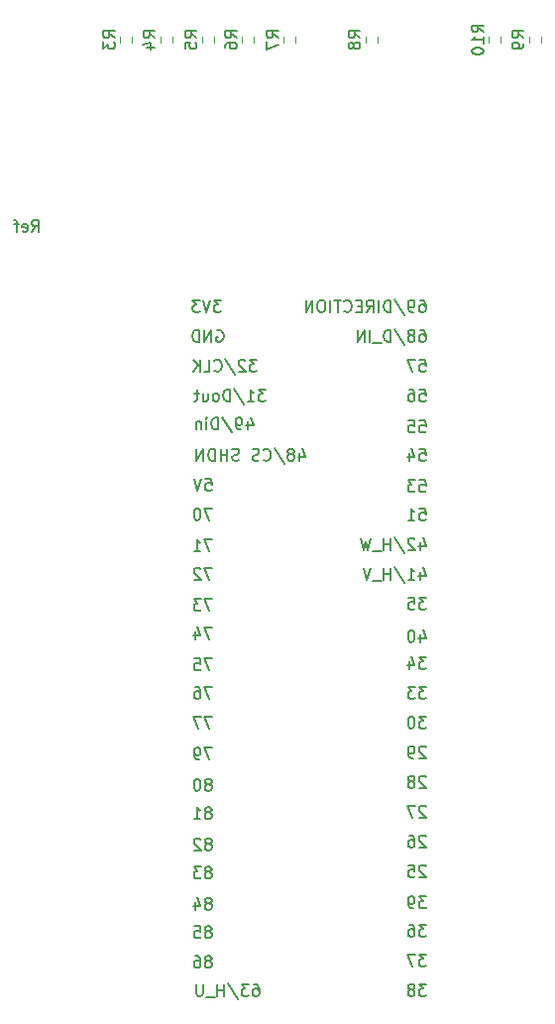
<source format=gbr>
%TF.GenerationSoftware,KiCad,Pcbnew,7.0.2*%
%TF.CreationDate,2023-09-09T02:35:42+09:00*%
%TF.ProjectId,tangnano9k_brushless_driver,74616e67-6e61-46e6-9f39-6b5f62727573,rev?*%
%TF.SameCoordinates,Original*%
%TF.FileFunction,Legend,Bot*%
%TF.FilePolarity,Positive*%
%FSLAX46Y46*%
G04 Gerber Fmt 4.6, Leading zero omitted, Abs format (unit mm)*
G04 Created by KiCad (PCBNEW 7.0.2) date 2023-09-09 02:35:42*
%MOMM*%
%LPD*%
G01*
G04 APERTURE LIST*
%ADD10C,0.150000*%
%ADD11C,0.120000*%
G04 APERTURE END LIST*
D10*
X163179142Y-127020619D02*
X162512476Y-127020619D01*
X162512476Y-127020619D02*
X162941047Y-128020619D01*
X162083904Y-128020619D02*
X161893428Y-128020619D01*
X161893428Y-128020619D02*
X161798190Y-127973000D01*
X161798190Y-127973000D02*
X161750571Y-127925380D01*
X161750571Y-127925380D02*
X161655333Y-127782523D01*
X161655333Y-127782523D02*
X161607714Y-127592047D01*
X161607714Y-127592047D02*
X161607714Y-127211095D01*
X161607714Y-127211095D02*
X161655333Y-127115857D01*
X161655333Y-127115857D02*
X161702952Y-127068238D01*
X161702952Y-127068238D02*
X161798190Y-127020619D01*
X161798190Y-127020619D02*
X161988666Y-127020619D01*
X161988666Y-127020619D02*
X162083904Y-127068238D01*
X162083904Y-127068238D02*
X162131523Y-127115857D01*
X162131523Y-127115857D02*
X162179142Y-127211095D01*
X162179142Y-127211095D02*
X162179142Y-127449190D01*
X162179142Y-127449190D02*
X162131523Y-127544428D01*
X162131523Y-127544428D02*
X162083904Y-127592047D01*
X162083904Y-127592047D02*
X161988666Y-127639666D01*
X161988666Y-127639666D02*
X161798190Y-127639666D01*
X161798190Y-127639666D02*
X161702952Y-127592047D01*
X161702952Y-127592047D02*
X161655333Y-127544428D01*
X161655333Y-127544428D02*
X161607714Y-127449190D01*
X162941047Y-140276190D02*
X163036285Y-140228571D01*
X163036285Y-140228571D02*
X163083904Y-140180952D01*
X163083904Y-140180952D02*
X163131523Y-140085714D01*
X163131523Y-140085714D02*
X163131523Y-140038095D01*
X163131523Y-140038095D02*
X163083904Y-139942857D01*
X163083904Y-139942857D02*
X163036285Y-139895238D01*
X163036285Y-139895238D02*
X162941047Y-139847619D01*
X162941047Y-139847619D02*
X162750571Y-139847619D01*
X162750571Y-139847619D02*
X162655333Y-139895238D01*
X162655333Y-139895238D02*
X162607714Y-139942857D01*
X162607714Y-139942857D02*
X162560095Y-140038095D01*
X162560095Y-140038095D02*
X162560095Y-140085714D01*
X162560095Y-140085714D02*
X162607714Y-140180952D01*
X162607714Y-140180952D02*
X162655333Y-140228571D01*
X162655333Y-140228571D02*
X162750571Y-140276190D01*
X162750571Y-140276190D02*
X162941047Y-140276190D01*
X162941047Y-140276190D02*
X163036285Y-140323809D01*
X163036285Y-140323809D02*
X163083904Y-140371428D01*
X163083904Y-140371428D02*
X163131523Y-140466666D01*
X163131523Y-140466666D02*
X163131523Y-140657142D01*
X163131523Y-140657142D02*
X163083904Y-140752380D01*
X163083904Y-140752380D02*
X163036285Y-140800000D01*
X163036285Y-140800000D02*
X162941047Y-140847619D01*
X162941047Y-140847619D02*
X162750571Y-140847619D01*
X162750571Y-140847619D02*
X162655333Y-140800000D01*
X162655333Y-140800000D02*
X162607714Y-140752380D01*
X162607714Y-140752380D02*
X162560095Y-140657142D01*
X162560095Y-140657142D02*
X162560095Y-140466666D01*
X162560095Y-140466666D02*
X162607714Y-140371428D01*
X162607714Y-140371428D02*
X162655333Y-140323809D01*
X162655333Y-140323809D02*
X162750571Y-140276190D01*
X161702952Y-140180952D02*
X161702952Y-140847619D01*
X161941047Y-139800000D02*
X162179142Y-140514285D01*
X162179142Y-140514285D02*
X161560095Y-140514285D01*
X162941047Y-142689190D02*
X163036285Y-142641571D01*
X163036285Y-142641571D02*
X163083904Y-142593952D01*
X163083904Y-142593952D02*
X163131523Y-142498714D01*
X163131523Y-142498714D02*
X163131523Y-142451095D01*
X163131523Y-142451095D02*
X163083904Y-142355857D01*
X163083904Y-142355857D02*
X163036285Y-142308238D01*
X163036285Y-142308238D02*
X162941047Y-142260619D01*
X162941047Y-142260619D02*
X162750571Y-142260619D01*
X162750571Y-142260619D02*
X162655333Y-142308238D01*
X162655333Y-142308238D02*
X162607714Y-142355857D01*
X162607714Y-142355857D02*
X162560095Y-142451095D01*
X162560095Y-142451095D02*
X162560095Y-142498714D01*
X162560095Y-142498714D02*
X162607714Y-142593952D01*
X162607714Y-142593952D02*
X162655333Y-142641571D01*
X162655333Y-142641571D02*
X162750571Y-142689190D01*
X162750571Y-142689190D02*
X162941047Y-142689190D01*
X162941047Y-142689190D02*
X163036285Y-142736809D01*
X163036285Y-142736809D02*
X163083904Y-142784428D01*
X163083904Y-142784428D02*
X163131523Y-142879666D01*
X163131523Y-142879666D02*
X163131523Y-143070142D01*
X163131523Y-143070142D02*
X163083904Y-143165380D01*
X163083904Y-143165380D02*
X163036285Y-143213000D01*
X163036285Y-143213000D02*
X162941047Y-143260619D01*
X162941047Y-143260619D02*
X162750571Y-143260619D01*
X162750571Y-143260619D02*
X162655333Y-143213000D01*
X162655333Y-143213000D02*
X162607714Y-143165380D01*
X162607714Y-143165380D02*
X162560095Y-143070142D01*
X162560095Y-143070142D02*
X162560095Y-142879666D01*
X162560095Y-142879666D02*
X162607714Y-142784428D01*
X162607714Y-142784428D02*
X162655333Y-142736809D01*
X162655333Y-142736809D02*
X162750571Y-142689190D01*
X161655333Y-142260619D02*
X162131523Y-142260619D01*
X162131523Y-142260619D02*
X162179142Y-142736809D01*
X162179142Y-142736809D02*
X162131523Y-142689190D01*
X162131523Y-142689190D02*
X162036285Y-142641571D01*
X162036285Y-142641571D02*
X161798190Y-142641571D01*
X161798190Y-142641571D02*
X161702952Y-142689190D01*
X161702952Y-142689190D02*
X161655333Y-142736809D01*
X161655333Y-142736809D02*
X161607714Y-142832047D01*
X161607714Y-142832047D02*
X161607714Y-143070142D01*
X161607714Y-143070142D02*
X161655333Y-143165380D01*
X161655333Y-143165380D02*
X161702952Y-143213000D01*
X161702952Y-143213000D02*
X161798190Y-143260619D01*
X161798190Y-143260619D02*
X162036285Y-143260619D01*
X162036285Y-143260619D02*
X162131523Y-143213000D01*
X162131523Y-143213000D02*
X162179142Y-143165380D01*
X162941047Y-145229190D02*
X163036285Y-145181571D01*
X163036285Y-145181571D02*
X163083904Y-145133952D01*
X163083904Y-145133952D02*
X163131523Y-145038714D01*
X163131523Y-145038714D02*
X163131523Y-144991095D01*
X163131523Y-144991095D02*
X163083904Y-144895857D01*
X163083904Y-144895857D02*
X163036285Y-144848238D01*
X163036285Y-144848238D02*
X162941047Y-144800619D01*
X162941047Y-144800619D02*
X162750571Y-144800619D01*
X162750571Y-144800619D02*
X162655333Y-144848238D01*
X162655333Y-144848238D02*
X162607714Y-144895857D01*
X162607714Y-144895857D02*
X162560095Y-144991095D01*
X162560095Y-144991095D02*
X162560095Y-145038714D01*
X162560095Y-145038714D02*
X162607714Y-145133952D01*
X162607714Y-145133952D02*
X162655333Y-145181571D01*
X162655333Y-145181571D02*
X162750571Y-145229190D01*
X162750571Y-145229190D02*
X162941047Y-145229190D01*
X162941047Y-145229190D02*
X163036285Y-145276809D01*
X163036285Y-145276809D02*
X163083904Y-145324428D01*
X163083904Y-145324428D02*
X163131523Y-145419666D01*
X163131523Y-145419666D02*
X163131523Y-145610142D01*
X163131523Y-145610142D02*
X163083904Y-145705380D01*
X163083904Y-145705380D02*
X163036285Y-145753000D01*
X163036285Y-145753000D02*
X162941047Y-145800619D01*
X162941047Y-145800619D02*
X162750571Y-145800619D01*
X162750571Y-145800619D02*
X162655333Y-145753000D01*
X162655333Y-145753000D02*
X162607714Y-145705380D01*
X162607714Y-145705380D02*
X162560095Y-145610142D01*
X162560095Y-145610142D02*
X162560095Y-145419666D01*
X162560095Y-145419666D02*
X162607714Y-145324428D01*
X162607714Y-145324428D02*
X162655333Y-145276809D01*
X162655333Y-145276809D02*
X162750571Y-145229190D01*
X161702952Y-144800619D02*
X161893428Y-144800619D01*
X161893428Y-144800619D02*
X161988666Y-144848238D01*
X161988666Y-144848238D02*
X162036285Y-144895857D01*
X162036285Y-144895857D02*
X162131523Y-145038714D01*
X162131523Y-145038714D02*
X162179142Y-145229190D01*
X162179142Y-145229190D02*
X162179142Y-145610142D01*
X162179142Y-145610142D02*
X162131523Y-145705380D01*
X162131523Y-145705380D02*
X162083904Y-145753000D01*
X162083904Y-145753000D02*
X161988666Y-145800619D01*
X161988666Y-145800619D02*
X161798190Y-145800619D01*
X161798190Y-145800619D02*
X161702952Y-145753000D01*
X161702952Y-145753000D02*
X161655333Y-145705380D01*
X161655333Y-145705380D02*
X161607714Y-145610142D01*
X161607714Y-145610142D02*
X161607714Y-145372047D01*
X161607714Y-145372047D02*
X161655333Y-145276809D01*
X161655333Y-145276809D02*
X161702952Y-145229190D01*
X161702952Y-145229190D02*
X161798190Y-145181571D01*
X161798190Y-145181571D02*
X161988666Y-145181571D01*
X161988666Y-145181571D02*
X162083904Y-145229190D01*
X162083904Y-145229190D02*
X162131523Y-145276809D01*
X162131523Y-145276809D02*
X162179142Y-145372047D01*
X162941047Y-132529190D02*
X163036285Y-132481571D01*
X163036285Y-132481571D02*
X163083904Y-132433952D01*
X163083904Y-132433952D02*
X163131523Y-132338714D01*
X163131523Y-132338714D02*
X163131523Y-132291095D01*
X163131523Y-132291095D02*
X163083904Y-132195857D01*
X163083904Y-132195857D02*
X163036285Y-132148238D01*
X163036285Y-132148238D02*
X162941047Y-132100619D01*
X162941047Y-132100619D02*
X162750571Y-132100619D01*
X162750571Y-132100619D02*
X162655333Y-132148238D01*
X162655333Y-132148238D02*
X162607714Y-132195857D01*
X162607714Y-132195857D02*
X162560095Y-132291095D01*
X162560095Y-132291095D02*
X162560095Y-132338714D01*
X162560095Y-132338714D02*
X162607714Y-132433952D01*
X162607714Y-132433952D02*
X162655333Y-132481571D01*
X162655333Y-132481571D02*
X162750571Y-132529190D01*
X162750571Y-132529190D02*
X162941047Y-132529190D01*
X162941047Y-132529190D02*
X163036285Y-132576809D01*
X163036285Y-132576809D02*
X163083904Y-132624428D01*
X163083904Y-132624428D02*
X163131523Y-132719666D01*
X163131523Y-132719666D02*
X163131523Y-132910142D01*
X163131523Y-132910142D02*
X163083904Y-133005380D01*
X163083904Y-133005380D02*
X163036285Y-133053000D01*
X163036285Y-133053000D02*
X162941047Y-133100619D01*
X162941047Y-133100619D02*
X162750571Y-133100619D01*
X162750571Y-133100619D02*
X162655333Y-133053000D01*
X162655333Y-133053000D02*
X162607714Y-133005380D01*
X162607714Y-133005380D02*
X162560095Y-132910142D01*
X162560095Y-132910142D02*
X162560095Y-132719666D01*
X162560095Y-132719666D02*
X162607714Y-132624428D01*
X162607714Y-132624428D02*
X162655333Y-132576809D01*
X162655333Y-132576809D02*
X162750571Y-132529190D01*
X161607714Y-133100619D02*
X162179142Y-133100619D01*
X161893428Y-133100619D02*
X161893428Y-132100619D01*
X161893428Y-132100619D02*
X161988666Y-132243476D01*
X161988666Y-132243476D02*
X162083904Y-132338714D01*
X162083904Y-132338714D02*
X162179142Y-132386333D01*
X162941047Y-130116190D02*
X163036285Y-130068571D01*
X163036285Y-130068571D02*
X163083904Y-130020952D01*
X163083904Y-130020952D02*
X163131523Y-129925714D01*
X163131523Y-129925714D02*
X163131523Y-129878095D01*
X163131523Y-129878095D02*
X163083904Y-129782857D01*
X163083904Y-129782857D02*
X163036285Y-129735238D01*
X163036285Y-129735238D02*
X162941047Y-129687619D01*
X162941047Y-129687619D02*
X162750571Y-129687619D01*
X162750571Y-129687619D02*
X162655333Y-129735238D01*
X162655333Y-129735238D02*
X162607714Y-129782857D01*
X162607714Y-129782857D02*
X162560095Y-129878095D01*
X162560095Y-129878095D02*
X162560095Y-129925714D01*
X162560095Y-129925714D02*
X162607714Y-130020952D01*
X162607714Y-130020952D02*
X162655333Y-130068571D01*
X162655333Y-130068571D02*
X162750571Y-130116190D01*
X162750571Y-130116190D02*
X162941047Y-130116190D01*
X162941047Y-130116190D02*
X163036285Y-130163809D01*
X163036285Y-130163809D02*
X163083904Y-130211428D01*
X163083904Y-130211428D02*
X163131523Y-130306666D01*
X163131523Y-130306666D02*
X163131523Y-130497142D01*
X163131523Y-130497142D02*
X163083904Y-130592380D01*
X163083904Y-130592380D02*
X163036285Y-130640000D01*
X163036285Y-130640000D02*
X162941047Y-130687619D01*
X162941047Y-130687619D02*
X162750571Y-130687619D01*
X162750571Y-130687619D02*
X162655333Y-130640000D01*
X162655333Y-130640000D02*
X162607714Y-130592380D01*
X162607714Y-130592380D02*
X162560095Y-130497142D01*
X162560095Y-130497142D02*
X162560095Y-130306666D01*
X162560095Y-130306666D02*
X162607714Y-130211428D01*
X162607714Y-130211428D02*
X162655333Y-130163809D01*
X162655333Y-130163809D02*
X162750571Y-130116190D01*
X161941047Y-129687619D02*
X161845809Y-129687619D01*
X161845809Y-129687619D02*
X161750571Y-129735238D01*
X161750571Y-129735238D02*
X161702952Y-129782857D01*
X161702952Y-129782857D02*
X161655333Y-129878095D01*
X161655333Y-129878095D02*
X161607714Y-130068571D01*
X161607714Y-130068571D02*
X161607714Y-130306666D01*
X161607714Y-130306666D02*
X161655333Y-130497142D01*
X161655333Y-130497142D02*
X161702952Y-130592380D01*
X161702952Y-130592380D02*
X161750571Y-130640000D01*
X161750571Y-130640000D02*
X161845809Y-130687619D01*
X161845809Y-130687619D02*
X161941047Y-130687619D01*
X161941047Y-130687619D02*
X162036285Y-130640000D01*
X162036285Y-130640000D02*
X162083904Y-130592380D01*
X162083904Y-130592380D02*
X162131523Y-130497142D01*
X162131523Y-130497142D02*
X162179142Y-130306666D01*
X162179142Y-130306666D02*
X162179142Y-130068571D01*
X162179142Y-130068571D02*
X162131523Y-129878095D01*
X162131523Y-129878095D02*
X162083904Y-129782857D01*
X162083904Y-129782857D02*
X162036285Y-129735238D01*
X162036285Y-129735238D02*
X161941047Y-129687619D01*
X162941047Y-137609190D02*
X163036285Y-137561571D01*
X163036285Y-137561571D02*
X163083904Y-137513952D01*
X163083904Y-137513952D02*
X163131523Y-137418714D01*
X163131523Y-137418714D02*
X163131523Y-137371095D01*
X163131523Y-137371095D02*
X163083904Y-137275857D01*
X163083904Y-137275857D02*
X163036285Y-137228238D01*
X163036285Y-137228238D02*
X162941047Y-137180619D01*
X162941047Y-137180619D02*
X162750571Y-137180619D01*
X162750571Y-137180619D02*
X162655333Y-137228238D01*
X162655333Y-137228238D02*
X162607714Y-137275857D01*
X162607714Y-137275857D02*
X162560095Y-137371095D01*
X162560095Y-137371095D02*
X162560095Y-137418714D01*
X162560095Y-137418714D02*
X162607714Y-137513952D01*
X162607714Y-137513952D02*
X162655333Y-137561571D01*
X162655333Y-137561571D02*
X162750571Y-137609190D01*
X162750571Y-137609190D02*
X162941047Y-137609190D01*
X162941047Y-137609190D02*
X163036285Y-137656809D01*
X163036285Y-137656809D02*
X163083904Y-137704428D01*
X163083904Y-137704428D02*
X163131523Y-137799666D01*
X163131523Y-137799666D02*
X163131523Y-137990142D01*
X163131523Y-137990142D02*
X163083904Y-138085380D01*
X163083904Y-138085380D02*
X163036285Y-138133000D01*
X163036285Y-138133000D02*
X162941047Y-138180619D01*
X162941047Y-138180619D02*
X162750571Y-138180619D01*
X162750571Y-138180619D02*
X162655333Y-138133000D01*
X162655333Y-138133000D02*
X162607714Y-138085380D01*
X162607714Y-138085380D02*
X162560095Y-137990142D01*
X162560095Y-137990142D02*
X162560095Y-137799666D01*
X162560095Y-137799666D02*
X162607714Y-137704428D01*
X162607714Y-137704428D02*
X162655333Y-137656809D01*
X162655333Y-137656809D02*
X162750571Y-137609190D01*
X162226761Y-137180619D02*
X161607714Y-137180619D01*
X161607714Y-137180619D02*
X161941047Y-137561571D01*
X161941047Y-137561571D02*
X161798190Y-137561571D01*
X161798190Y-137561571D02*
X161702952Y-137609190D01*
X161702952Y-137609190D02*
X161655333Y-137656809D01*
X161655333Y-137656809D02*
X161607714Y-137752047D01*
X161607714Y-137752047D02*
X161607714Y-137990142D01*
X161607714Y-137990142D02*
X161655333Y-138085380D01*
X161655333Y-138085380D02*
X161702952Y-138133000D01*
X161702952Y-138133000D02*
X161798190Y-138180619D01*
X161798190Y-138180619D02*
X162083904Y-138180619D01*
X162083904Y-138180619D02*
X162179142Y-138133000D01*
X162179142Y-138133000D02*
X162226761Y-138085380D01*
X162941047Y-135196190D02*
X163036285Y-135148571D01*
X163036285Y-135148571D02*
X163083904Y-135100952D01*
X163083904Y-135100952D02*
X163131523Y-135005714D01*
X163131523Y-135005714D02*
X163131523Y-134958095D01*
X163131523Y-134958095D02*
X163083904Y-134862857D01*
X163083904Y-134862857D02*
X163036285Y-134815238D01*
X163036285Y-134815238D02*
X162941047Y-134767619D01*
X162941047Y-134767619D02*
X162750571Y-134767619D01*
X162750571Y-134767619D02*
X162655333Y-134815238D01*
X162655333Y-134815238D02*
X162607714Y-134862857D01*
X162607714Y-134862857D02*
X162560095Y-134958095D01*
X162560095Y-134958095D02*
X162560095Y-135005714D01*
X162560095Y-135005714D02*
X162607714Y-135100952D01*
X162607714Y-135100952D02*
X162655333Y-135148571D01*
X162655333Y-135148571D02*
X162750571Y-135196190D01*
X162750571Y-135196190D02*
X162941047Y-135196190D01*
X162941047Y-135196190D02*
X163036285Y-135243809D01*
X163036285Y-135243809D02*
X163083904Y-135291428D01*
X163083904Y-135291428D02*
X163131523Y-135386666D01*
X163131523Y-135386666D02*
X163131523Y-135577142D01*
X163131523Y-135577142D02*
X163083904Y-135672380D01*
X163083904Y-135672380D02*
X163036285Y-135720000D01*
X163036285Y-135720000D02*
X162941047Y-135767619D01*
X162941047Y-135767619D02*
X162750571Y-135767619D01*
X162750571Y-135767619D02*
X162655333Y-135720000D01*
X162655333Y-135720000D02*
X162607714Y-135672380D01*
X162607714Y-135672380D02*
X162560095Y-135577142D01*
X162560095Y-135577142D02*
X162560095Y-135386666D01*
X162560095Y-135386666D02*
X162607714Y-135291428D01*
X162607714Y-135291428D02*
X162655333Y-135243809D01*
X162655333Y-135243809D02*
X162750571Y-135196190D01*
X162179142Y-134862857D02*
X162131523Y-134815238D01*
X162131523Y-134815238D02*
X162036285Y-134767619D01*
X162036285Y-134767619D02*
X161798190Y-134767619D01*
X161798190Y-134767619D02*
X161702952Y-134815238D01*
X161702952Y-134815238D02*
X161655333Y-134862857D01*
X161655333Y-134862857D02*
X161607714Y-134958095D01*
X161607714Y-134958095D02*
X161607714Y-135053333D01*
X161607714Y-135053333D02*
X161655333Y-135196190D01*
X161655333Y-135196190D02*
X162226761Y-135767619D01*
X162226761Y-135767619D02*
X161607714Y-135767619D01*
X163179142Y-114320619D02*
X162512476Y-114320619D01*
X162512476Y-114320619D02*
X162941047Y-115320619D01*
X162226761Y-114320619D02*
X161607714Y-114320619D01*
X161607714Y-114320619D02*
X161941047Y-114701571D01*
X161941047Y-114701571D02*
X161798190Y-114701571D01*
X161798190Y-114701571D02*
X161702952Y-114749190D01*
X161702952Y-114749190D02*
X161655333Y-114796809D01*
X161655333Y-114796809D02*
X161607714Y-114892047D01*
X161607714Y-114892047D02*
X161607714Y-115130142D01*
X161607714Y-115130142D02*
X161655333Y-115225380D01*
X161655333Y-115225380D02*
X161702952Y-115273000D01*
X161702952Y-115273000D02*
X161798190Y-115320619D01*
X161798190Y-115320619D02*
X162083904Y-115320619D01*
X162083904Y-115320619D02*
X162179142Y-115273000D01*
X162179142Y-115273000D02*
X162226761Y-115225380D01*
X181467142Y-142133619D02*
X180848095Y-142133619D01*
X180848095Y-142133619D02*
X181181428Y-142514571D01*
X181181428Y-142514571D02*
X181038571Y-142514571D01*
X181038571Y-142514571D02*
X180943333Y-142562190D01*
X180943333Y-142562190D02*
X180895714Y-142609809D01*
X180895714Y-142609809D02*
X180848095Y-142705047D01*
X180848095Y-142705047D02*
X180848095Y-142943142D01*
X180848095Y-142943142D02*
X180895714Y-143038380D01*
X180895714Y-143038380D02*
X180943333Y-143086000D01*
X180943333Y-143086000D02*
X181038571Y-143133619D01*
X181038571Y-143133619D02*
X181324285Y-143133619D01*
X181324285Y-143133619D02*
X181419523Y-143086000D01*
X181419523Y-143086000D02*
X181467142Y-143038380D01*
X179990952Y-142133619D02*
X180181428Y-142133619D01*
X180181428Y-142133619D02*
X180276666Y-142181238D01*
X180276666Y-142181238D02*
X180324285Y-142228857D01*
X180324285Y-142228857D02*
X180419523Y-142371714D01*
X180419523Y-142371714D02*
X180467142Y-142562190D01*
X180467142Y-142562190D02*
X180467142Y-142943142D01*
X180467142Y-142943142D02*
X180419523Y-143038380D01*
X180419523Y-143038380D02*
X180371904Y-143086000D01*
X180371904Y-143086000D02*
X180276666Y-143133619D01*
X180276666Y-143133619D02*
X180086190Y-143133619D01*
X180086190Y-143133619D02*
X179990952Y-143086000D01*
X179990952Y-143086000D02*
X179943333Y-143038380D01*
X179943333Y-143038380D02*
X179895714Y-142943142D01*
X179895714Y-142943142D02*
X179895714Y-142705047D01*
X179895714Y-142705047D02*
X179943333Y-142609809D01*
X179943333Y-142609809D02*
X179990952Y-142562190D01*
X179990952Y-142562190D02*
X180086190Y-142514571D01*
X180086190Y-142514571D02*
X180276666Y-142514571D01*
X180276666Y-142514571D02*
X180371904Y-142562190D01*
X180371904Y-142562190D02*
X180419523Y-142609809D01*
X180419523Y-142609809D02*
X180467142Y-142705047D01*
X166719333Y-147213619D02*
X166909809Y-147213619D01*
X166909809Y-147213619D02*
X167005047Y-147261238D01*
X167005047Y-147261238D02*
X167052666Y-147308857D01*
X167052666Y-147308857D02*
X167147904Y-147451714D01*
X167147904Y-147451714D02*
X167195523Y-147642190D01*
X167195523Y-147642190D02*
X167195523Y-148023142D01*
X167195523Y-148023142D02*
X167147904Y-148118380D01*
X167147904Y-148118380D02*
X167100285Y-148166000D01*
X167100285Y-148166000D02*
X167005047Y-148213619D01*
X167005047Y-148213619D02*
X166814571Y-148213619D01*
X166814571Y-148213619D02*
X166719333Y-148166000D01*
X166719333Y-148166000D02*
X166671714Y-148118380D01*
X166671714Y-148118380D02*
X166624095Y-148023142D01*
X166624095Y-148023142D02*
X166624095Y-147785047D01*
X166624095Y-147785047D02*
X166671714Y-147689809D01*
X166671714Y-147689809D02*
X166719333Y-147642190D01*
X166719333Y-147642190D02*
X166814571Y-147594571D01*
X166814571Y-147594571D02*
X167005047Y-147594571D01*
X167005047Y-147594571D02*
X167100285Y-147642190D01*
X167100285Y-147642190D02*
X167147904Y-147689809D01*
X167147904Y-147689809D02*
X167195523Y-147785047D01*
X166290761Y-147213619D02*
X165671714Y-147213619D01*
X165671714Y-147213619D02*
X166005047Y-147594571D01*
X166005047Y-147594571D02*
X165862190Y-147594571D01*
X165862190Y-147594571D02*
X165766952Y-147642190D01*
X165766952Y-147642190D02*
X165719333Y-147689809D01*
X165719333Y-147689809D02*
X165671714Y-147785047D01*
X165671714Y-147785047D02*
X165671714Y-148023142D01*
X165671714Y-148023142D02*
X165719333Y-148118380D01*
X165719333Y-148118380D02*
X165766952Y-148166000D01*
X165766952Y-148166000D02*
X165862190Y-148213619D01*
X165862190Y-148213619D02*
X166147904Y-148213619D01*
X166147904Y-148213619D02*
X166243142Y-148166000D01*
X166243142Y-148166000D02*
X166290761Y-148118380D01*
X164528857Y-147166000D02*
X165385999Y-148451714D01*
X164195523Y-148213619D02*
X164195523Y-147213619D01*
X164195523Y-147689809D02*
X163624095Y-147689809D01*
X163624095Y-148213619D02*
X163624095Y-147213619D01*
X163386000Y-148308857D02*
X162624095Y-148308857D01*
X162385999Y-147213619D02*
X162385999Y-148023142D01*
X162385999Y-148023142D02*
X162338380Y-148118380D01*
X162338380Y-148118380D02*
X162290761Y-148166000D01*
X162290761Y-148166000D02*
X162195523Y-148213619D01*
X162195523Y-148213619D02*
X162005047Y-148213619D01*
X162005047Y-148213619D02*
X161909809Y-148166000D01*
X161909809Y-148166000D02*
X161862190Y-148118380D01*
X161862190Y-148118380D02*
X161814571Y-148023142D01*
X161814571Y-148023142D02*
X161814571Y-147213619D01*
X181419523Y-126988857D02*
X181371904Y-126941238D01*
X181371904Y-126941238D02*
X181276666Y-126893619D01*
X181276666Y-126893619D02*
X181038571Y-126893619D01*
X181038571Y-126893619D02*
X180943333Y-126941238D01*
X180943333Y-126941238D02*
X180895714Y-126988857D01*
X180895714Y-126988857D02*
X180848095Y-127084095D01*
X180848095Y-127084095D02*
X180848095Y-127179333D01*
X180848095Y-127179333D02*
X180895714Y-127322190D01*
X180895714Y-127322190D02*
X181467142Y-127893619D01*
X181467142Y-127893619D02*
X180848095Y-127893619D01*
X180371904Y-127893619D02*
X180181428Y-127893619D01*
X180181428Y-127893619D02*
X180086190Y-127846000D01*
X180086190Y-127846000D02*
X180038571Y-127798380D01*
X180038571Y-127798380D02*
X179943333Y-127655523D01*
X179943333Y-127655523D02*
X179895714Y-127465047D01*
X179895714Y-127465047D02*
X179895714Y-127084095D01*
X179895714Y-127084095D02*
X179943333Y-126988857D01*
X179943333Y-126988857D02*
X179990952Y-126941238D01*
X179990952Y-126941238D02*
X180086190Y-126893619D01*
X180086190Y-126893619D02*
X180276666Y-126893619D01*
X180276666Y-126893619D02*
X180371904Y-126941238D01*
X180371904Y-126941238D02*
X180419523Y-126988857D01*
X180419523Y-126988857D02*
X180467142Y-127084095D01*
X180467142Y-127084095D02*
X180467142Y-127322190D01*
X180467142Y-127322190D02*
X180419523Y-127417428D01*
X180419523Y-127417428D02*
X180371904Y-127465047D01*
X180371904Y-127465047D02*
X180276666Y-127512666D01*
X180276666Y-127512666D02*
X180086190Y-127512666D01*
X180086190Y-127512666D02*
X179990952Y-127465047D01*
X179990952Y-127465047D02*
X179943333Y-127417428D01*
X179943333Y-127417428D02*
X179895714Y-127322190D01*
X181467142Y-119273619D02*
X180848095Y-119273619D01*
X180848095Y-119273619D02*
X181181428Y-119654571D01*
X181181428Y-119654571D02*
X181038571Y-119654571D01*
X181038571Y-119654571D02*
X180943333Y-119702190D01*
X180943333Y-119702190D02*
X180895714Y-119749809D01*
X180895714Y-119749809D02*
X180848095Y-119845047D01*
X180848095Y-119845047D02*
X180848095Y-120083142D01*
X180848095Y-120083142D02*
X180895714Y-120178380D01*
X180895714Y-120178380D02*
X180943333Y-120226000D01*
X180943333Y-120226000D02*
X181038571Y-120273619D01*
X181038571Y-120273619D02*
X181324285Y-120273619D01*
X181324285Y-120273619D02*
X181419523Y-120226000D01*
X181419523Y-120226000D02*
X181467142Y-120178380D01*
X179990952Y-119606952D02*
X179990952Y-120273619D01*
X180229047Y-119226000D02*
X180467142Y-119940285D01*
X180467142Y-119940285D02*
X179848095Y-119940285D01*
X166211333Y-99159952D02*
X166211333Y-99826619D01*
X166449428Y-98779000D02*
X166687523Y-99493285D01*
X166687523Y-99493285D02*
X166068476Y-99493285D01*
X165639904Y-99826619D02*
X165449428Y-99826619D01*
X165449428Y-99826619D02*
X165354190Y-99779000D01*
X165354190Y-99779000D02*
X165306571Y-99731380D01*
X165306571Y-99731380D02*
X165211333Y-99588523D01*
X165211333Y-99588523D02*
X165163714Y-99398047D01*
X165163714Y-99398047D02*
X165163714Y-99017095D01*
X165163714Y-99017095D02*
X165211333Y-98921857D01*
X165211333Y-98921857D02*
X165258952Y-98874238D01*
X165258952Y-98874238D02*
X165354190Y-98826619D01*
X165354190Y-98826619D02*
X165544666Y-98826619D01*
X165544666Y-98826619D02*
X165639904Y-98874238D01*
X165639904Y-98874238D02*
X165687523Y-98921857D01*
X165687523Y-98921857D02*
X165735142Y-99017095D01*
X165735142Y-99017095D02*
X165735142Y-99255190D01*
X165735142Y-99255190D02*
X165687523Y-99350428D01*
X165687523Y-99350428D02*
X165639904Y-99398047D01*
X165639904Y-99398047D02*
X165544666Y-99445666D01*
X165544666Y-99445666D02*
X165354190Y-99445666D01*
X165354190Y-99445666D02*
X165258952Y-99398047D01*
X165258952Y-99398047D02*
X165211333Y-99350428D01*
X165211333Y-99350428D02*
X165163714Y-99255190D01*
X164020857Y-98779000D02*
X164877999Y-100064714D01*
X163687523Y-99826619D02*
X163687523Y-98826619D01*
X163687523Y-98826619D02*
X163449428Y-98826619D01*
X163449428Y-98826619D02*
X163306571Y-98874238D01*
X163306571Y-98874238D02*
X163211333Y-98969476D01*
X163211333Y-98969476D02*
X163163714Y-99064714D01*
X163163714Y-99064714D02*
X163116095Y-99255190D01*
X163116095Y-99255190D02*
X163116095Y-99398047D01*
X163116095Y-99398047D02*
X163163714Y-99588523D01*
X163163714Y-99588523D02*
X163211333Y-99683761D01*
X163211333Y-99683761D02*
X163306571Y-99779000D01*
X163306571Y-99779000D02*
X163449428Y-99826619D01*
X163449428Y-99826619D02*
X163687523Y-99826619D01*
X162687523Y-99826619D02*
X162687523Y-99159952D01*
X162687523Y-98826619D02*
X162735142Y-98874238D01*
X162735142Y-98874238D02*
X162687523Y-98921857D01*
X162687523Y-98921857D02*
X162639904Y-98874238D01*
X162639904Y-98874238D02*
X162687523Y-98826619D01*
X162687523Y-98826619D02*
X162687523Y-98921857D01*
X162211333Y-99159952D02*
X162211333Y-99826619D01*
X162211333Y-99255190D02*
X162163714Y-99207571D01*
X162163714Y-99207571D02*
X162068476Y-99159952D01*
X162068476Y-99159952D02*
X161925619Y-99159952D01*
X161925619Y-99159952D02*
X161830381Y-99207571D01*
X161830381Y-99207571D02*
X161782762Y-99302809D01*
X161782762Y-99302809D02*
X161782762Y-99826619D01*
X181419523Y-132068857D02*
X181371904Y-132021238D01*
X181371904Y-132021238D02*
X181276666Y-131973619D01*
X181276666Y-131973619D02*
X181038571Y-131973619D01*
X181038571Y-131973619D02*
X180943333Y-132021238D01*
X180943333Y-132021238D02*
X180895714Y-132068857D01*
X180895714Y-132068857D02*
X180848095Y-132164095D01*
X180848095Y-132164095D02*
X180848095Y-132259333D01*
X180848095Y-132259333D02*
X180895714Y-132402190D01*
X180895714Y-132402190D02*
X181467142Y-132973619D01*
X181467142Y-132973619D02*
X180848095Y-132973619D01*
X180514761Y-131973619D02*
X179848095Y-131973619D01*
X179848095Y-131973619D02*
X180276666Y-132973619D01*
X181419523Y-129528857D02*
X181371904Y-129481238D01*
X181371904Y-129481238D02*
X181276666Y-129433619D01*
X181276666Y-129433619D02*
X181038571Y-129433619D01*
X181038571Y-129433619D02*
X180943333Y-129481238D01*
X180943333Y-129481238D02*
X180895714Y-129528857D01*
X180895714Y-129528857D02*
X180848095Y-129624095D01*
X180848095Y-129624095D02*
X180848095Y-129719333D01*
X180848095Y-129719333D02*
X180895714Y-129862190D01*
X180895714Y-129862190D02*
X181467142Y-130433619D01*
X181467142Y-130433619D02*
X180848095Y-130433619D01*
X180276666Y-129862190D02*
X180371904Y-129814571D01*
X180371904Y-129814571D02*
X180419523Y-129766952D01*
X180419523Y-129766952D02*
X180467142Y-129671714D01*
X180467142Y-129671714D02*
X180467142Y-129624095D01*
X180467142Y-129624095D02*
X180419523Y-129528857D01*
X180419523Y-129528857D02*
X180371904Y-129481238D01*
X180371904Y-129481238D02*
X180276666Y-129433619D01*
X180276666Y-129433619D02*
X180086190Y-129433619D01*
X180086190Y-129433619D02*
X179990952Y-129481238D01*
X179990952Y-129481238D02*
X179943333Y-129528857D01*
X179943333Y-129528857D02*
X179895714Y-129624095D01*
X179895714Y-129624095D02*
X179895714Y-129671714D01*
X179895714Y-129671714D02*
X179943333Y-129766952D01*
X179943333Y-129766952D02*
X179990952Y-129814571D01*
X179990952Y-129814571D02*
X180086190Y-129862190D01*
X180086190Y-129862190D02*
X180276666Y-129862190D01*
X180276666Y-129862190D02*
X180371904Y-129909809D01*
X180371904Y-129909809D02*
X180419523Y-129957428D01*
X180419523Y-129957428D02*
X180467142Y-130052666D01*
X180467142Y-130052666D02*
X180467142Y-130243142D01*
X180467142Y-130243142D02*
X180419523Y-130338380D01*
X180419523Y-130338380D02*
X180371904Y-130386000D01*
X180371904Y-130386000D02*
X180276666Y-130433619D01*
X180276666Y-130433619D02*
X180086190Y-130433619D01*
X180086190Y-130433619D02*
X179990952Y-130386000D01*
X179990952Y-130386000D02*
X179943333Y-130338380D01*
X179943333Y-130338380D02*
X179895714Y-130243142D01*
X179895714Y-130243142D02*
X179895714Y-130052666D01*
X179895714Y-130052666D02*
X179943333Y-129957428D01*
X179943333Y-129957428D02*
X179990952Y-129909809D01*
X179990952Y-129909809D02*
X180086190Y-129862190D01*
X166989142Y-93873619D02*
X166370095Y-93873619D01*
X166370095Y-93873619D02*
X166703428Y-94254571D01*
X166703428Y-94254571D02*
X166560571Y-94254571D01*
X166560571Y-94254571D02*
X166465333Y-94302190D01*
X166465333Y-94302190D02*
X166417714Y-94349809D01*
X166417714Y-94349809D02*
X166370095Y-94445047D01*
X166370095Y-94445047D02*
X166370095Y-94683142D01*
X166370095Y-94683142D02*
X166417714Y-94778380D01*
X166417714Y-94778380D02*
X166465333Y-94826000D01*
X166465333Y-94826000D02*
X166560571Y-94873619D01*
X166560571Y-94873619D02*
X166846285Y-94873619D01*
X166846285Y-94873619D02*
X166941523Y-94826000D01*
X166941523Y-94826000D02*
X166989142Y-94778380D01*
X165989142Y-93968857D02*
X165941523Y-93921238D01*
X165941523Y-93921238D02*
X165846285Y-93873619D01*
X165846285Y-93873619D02*
X165608190Y-93873619D01*
X165608190Y-93873619D02*
X165512952Y-93921238D01*
X165512952Y-93921238D02*
X165465333Y-93968857D01*
X165465333Y-93968857D02*
X165417714Y-94064095D01*
X165417714Y-94064095D02*
X165417714Y-94159333D01*
X165417714Y-94159333D02*
X165465333Y-94302190D01*
X165465333Y-94302190D02*
X166036761Y-94873619D01*
X166036761Y-94873619D02*
X165417714Y-94873619D01*
X164274857Y-93826000D02*
X165131999Y-95111714D01*
X163370095Y-94778380D02*
X163417714Y-94826000D01*
X163417714Y-94826000D02*
X163560571Y-94873619D01*
X163560571Y-94873619D02*
X163655809Y-94873619D01*
X163655809Y-94873619D02*
X163798666Y-94826000D01*
X163798666Y-94826000D02*
X163893904Y-94730761D01*
X163893904Y-94730761D02*
X163941523Y-94635523D01*
X163941523Y-94635523D02*
X163989142Y-94445047D01*
X163989142Y-94445047D02*
X163989142Y-94302190D01*
X163989142Y-94302190D02*
X163941523Y-94111714D01*
X163941523Y-94111714D02*
X163893904Y-94016476D01*
X163893904Y-94016476D02*
X163798666Y-93921238D01*
X163798666Y-93921238D02*
X163655809Y-93873619D01*
X163655809Y-93873619D02*
X163560571Y-93873619D01*
X163560571Y-93873619D02*
X163417714Y-93921238D01*
X163417714Y-93921238D02*
X163370095Y-93968857D01*
X162465333Y-94873619D02*
X162941523Y-94873619D01*
X162941523Y-94873619D02*
X162941523Y-93873619D01*
X162131999Y-94873619D02*
X162131999Y-93873619D01*
X161560571Y-94873619D02*
X161989142Y-94302190D01*
X161560571Y-93873619D02*
X162131999Y-94445047D01*
X162607714Y-104033619D02*
X163083904Y-104033619D01*
X163083904Y-104033619D02*
X163131523Y-104509809D01*
X163131523Y-104509809D02*
X163083904Y-104462190D01*
X163083904Y-104462190D02*
X162988666Y-104414571D01*
X162988666Y-104414571D02*
X162750571Y-104414571D01*
X162750571Y-104414571D02*
X162655333Y-104462190D01*
X162655333Y-104462190D02*
X162607714Y-104509809D01*
X162607714Y-104509809D02*
X162560095Y-104605047D01*
X162560095Y-104605047D02*
X162560095Y-104843142D01*
X162560095Y-104843142D02*
X162607714Y-104938380D01*
X162607714Y-104938380D02*
X162655333Y-104986000D01*
X162655333Y-104986000D02*
X162750571Y-105033619D01*
X162750571Y-105033619D02*
X162988666Y-105033619D01*
X162988666Y-105033619D02*
X163083904Y-104986000D01*
X163083904Y-104986000D02*
X163131523Y-104938380D01*
X162274380Y-104033619D02*
X161941047Y-105033619D01*
X161941047Y-105033619D02*
X161607714Y-104033619D01*
X163179142Y-116733619D02*
X162512476Y-116733619D01*
X162512476Y-116733619D02*
X162941047Y-117733619D01*
X161702952Y-117066952D02*
X161702952Y-117733619D01*
X161941047Y-116686000D02*
X162179142Y-117400285D01*
X162179142Y-117400285D02*
X161560095Y-117400285D01*
X163179142Y-111653619D02*
X162512476Y-111653619D01*
X162512476Y-111653619D02*
X162941047Y-112653619D01*
X162179142Y-111748857D02*
X162131523Y-111701238D01*
X162131523Y-111701238D02*
X162036285Y-111653619D01*
X162036285Y-111653619D02*
X161798190Y-111653619D01*
X161798190Y-111653619D02*
X161702952Y-111701238D01*
X161702952Y-111701238D02*
X161655333Y-111748857D01*
X161655333Y-111748857D02*
X161607714Y-111844095D01*
X161607714Y-111844095D02*
X161607714Y-111939333D01*
X161607714Y-111939333D02*
X161655333Y-112082190D01*
X161655333Y-112082190D02*
X162226761Y-112653619D01*
X162226761Y-112653619D02*
X161607714Y-112653619D01*
X180895714Y-104160619D02*
X181371904Y-104160619D01*
X181371904Y-104160619D02*
X181419523Y-104636809D01*
X181419523Y-104636809D02*
X181371904Y-104589190D01*
X181371904Y-104589190D02*
X181276666Y-104541571D01*
X181276666Y-104541571D02*
X181038571Y-104541571D01*
X181038571Y-104541571D02*
X180943333Y-104589190D01*
X180943333Y-104589190D02*
X180895714Y-104636809D01*
X180895714Y-104636809D02*
X180848095Y-104732047D01*
X180848095Y-104732047D02*
X180848095Y-104970142D01*
X180848095Y-104970142D02*
X180895714Y-105065380D01*
X180895714Y-105065380D02*
X180943333Y-105113000D01*
X180943333Y-105113000D02*
X181038571Y-105160619D01*
X181038571Y-105160619D02*
X181276666Y-105160619D01*
X181276666Y-105160619D02*
X181371904Y-105113000D01*
X181371904Y-105113000D02*
X181419523Y-105065380D01*
X180514761Y-104160619D02*
X179895714Y-104160619D01*
X179895714Y-104160619D02*
X180229047Y-104541571D01*
X180229047Y-104541571D02*
X180086190Y-104541571D01*
X180086190Y-104541571D02*
X179990952Y-104589190D01*
X179990952Y-104589190D02*
X179943333Y-104636809D01*
X179943333Y-104636809D02*
X179895714Y-104732047D01*
X179895714Y-104732047D02*
X179895714Y-104970142D01*
X179895714Y-104970142D02*
X179943333Y-105065380D01*
X179943333Y-105065380D02*
X179990952Y-105113000D01*
X179990952Y-105113000D02*
X180086190Y-105160619D01*
X180086190Y-105160619D02*
X180371904Y-105160619D01*
X180371904Y-105160619D02*
X180467142Y-105113000D01*
X180467142Y-105113000D02*
X180514761Y-105065380D01*
X163179142Y-109240619D02*
X162512476Y-109240619D01*
X162512476Y-109240619D02*
X162941047Y-110240619D01*
X161607714Y-110240619D02*
X162179142Y-110240619D01*
X161893428Y-110240619D02*
X161893428Y-109240619D01*
X161893428Y-109240619D02*
X161988666Y-109383476D01*
X161988666Y-109383476D02*
X162083904Y-109478714D01*
X162083904Y-109478714D02*
X162179142Y-109526333D01*
X181467142Y-147213619D02*
X180848095Y-147213619D01*
X180848095Y-147213619D02*
X181181428Y-147594571D01*
X181181428Y-147594571D02*
X181038571Y-147594571D01*
X181038571Y-147594571D02*
X180943333Y-147642190D01*
X180943333Y-147642190D02*
X180895714Y-147689809D01*
X180895714Y-147689809D02*
X180848095Y-147785047D01*
X180848095Y-147785047D02*
X180848095Y-148023142D01*
X180848095Y-148023142D02*
X180895714Y-148118380D01*
X180895714Y-148118380D02*
X180943333Y-148166000D01*
X180943333Y-148166000D02*
X181038571Y-148213619D01*
X181038571Y-148213619D02*
X181324285Y-148213619D01*
X181324285Y-148213619D02*
X181419523Y-148166000D01*
X181419523Y-148166000D02*
X181467142Y-148118380D01*
X180276666Y-147642190D02*
X180371904Y-147594571D01*
X180371904Y-147594571D02*
X180419523Y-147546952D01*
X180419523Y-147546952D02*
X180467142Y-147451714D01*
X180467142Y-147451714D02*
X180467142Y-147404095D01*
X180467142Y-147404095D02*
X180419523Y-147308857D01*
X180419523Y-147308857D02*
X180371904Y-147261238D01*
X180371904Y-147261238D02*
X180276666Y-147213619D01*
X180276666Y-147213619D02*
X180086190Y-147213619D01*
X180086190Y-147213619D02*
X179990952Y-147261238D01*
X179990952Y-147261238D02*
X179943333Y-147308857D01*
X179943333Y-147308857D02*
X179895714Y-147404095D01*
X179895714Y-147404095D02*
X179895714Y-147451714D01*
X179895714Y-147451714D02*
X179943333Y-147546952D01*
X179943333Y-147546952D02*
X179990952Y-147594571D01*
X179990952Y-147594571D02*
X180086190Y-147642190D01*
X180086190Y-147642190D02*
X180276666Y-147642190D01*
X180276666Y-147642190D02*
X180371904Y-147689809D01*
X180371904Y-147689809D02*
X180419523Y-147737428D01*
X180419523Y-147737428D02*
X180467142Y-147832666D01*
X180467142Y-147832666D02*
X180467142Y-148023142D01*
X180467142Y-148023142D02*
X180419523Y-148118380D01*
X180419523Y-148118380D02*
X180371904Y-148166000D01*
X180371904Y-148166000D02*
X180276666Y-148213619D01*
X180276666Y-148213619D02*
X180086190Y-148213619D01*
X180086190Y-148213619D02*
X179990952Y-148166000D01*
X179990952Y-148166000D02*
X179943333Y-148118380D01*
X179943333Y-148118380D02*
X179895714Y-148023142D01*
X179895714Y-148023142D02*
X179895714Y-147832666D01*
X179895714Y-147832666D02*
X179943333Y-147737428D01*
X179943333Y-147737428D02*
X179990952Y-147689809D01*
X179990952Y-147689809D02*
X180086190Y-147642190D01*
X180895714Y-106573619D02*
X181371904Y-106573619D01*
X181371904Y-106573619D02*
X181419523Y-107049809D01*
X181419523Y-107049809D02*
X181371904Y-107002190D01*
X181371904Y-107002190D02*
X181276666Y-106954571D01*
X181276666Y-106954571D02*
X181038571Y-106954571D01*
X181038571Y-106954571D02*
X180943333Y-107002190D01*
X180943333Y-107002190D02*
X180895714Y-107049809D01*
X180895714Y-107049809D02*
X180848095Y-107145047D01*
X180848095Y-107145047D02*
X180848095Y-107383142D01*
X180848095Y-107383142D02*
X180895714Y-107478380D01*
X180895714Y-107478380D02*
X180943333Y-107526000D01*
X180943333Y-107526000D02*
X181038571Y-107573619D01*
X181038571Y-107573619D02*
X181276666Y-107573619D01*
X181276666Y-107573619D02*
X181371904Y-107526000D01*
X181371904Y-107526000D02*
X181419523Y-107478380D01*
X179895714Y-107573619D02*
X180467142Y-107573619D01*
X180181428Y-107573619D02*
X180181428Y-106573619D01*
X180181428Y-106573619D02*
X180276666Y-106716476D01*
X180276666Y-106716476D02*
X180371904Y-106811714D01*
X180371904Y-106811714D02*
X180467142Y-106859333D01*
X181467142Y-144673619D02*
X180848095Y-144673619D01*
X180848095Y-144673619D02*
X181181428Y-145054571D01*
X181181428Y-145054571D02*
X181038571Y-145054571D01*
X181038571Y-145054571D02*
X180943333Y-145102190D01*
X180943333Y-145102190D02*
X180895714Y-145149809D01*
X180895714Y-145149809D02*
X180848095Y-145245047D01*
X180848095Y-145245047D02*
X180848095Y-145483142D01*
X180848095Y-145483142D02*
X180895714Y-145578380D01*
X180895714Y-145578380D02*
X180943333Y-145626000D01*
X180943333Y-145626000D02*
X181038571Y-145673619D01*
X181038571Y-145673619D02*
X181324285Y-145673619D01*
X181324285Y-145673619D02*
X181419523Y-145626000D01*
X181419523Y-145626000D02*
X181467142Y-145578380D01*
X180514761Y-144673619D02*
X179848095Y-144673619D01*
X179848095Y-144673619D02*
X180276666Y-145673619D01*
X167751142Y-96413619D02*
X167132095Y-96413619D01*
X167132095Y-96413619D02*
X167465428Y-96794571D01*
X167465428Y-96794571D02*
X167322571Y-96794571D01*
X167322571Y-96794571D02*
X167227333Y-96842190D01*
X167227333Y-96842190D02*
X167179714Y-96889809D01*
X167179714Y-96889809D02*
X167132095Y-96985047D01*
X167132095Y-96985047D02*
X167132095Y-97223142D01*
X167132095Y-97223142D02*
X167179714Y-97318380D01*
X167179714Y-97318380D02*
X167227333Y-97366000D01*
X167227333Y-97366000D02*
X167322571Y-97413619D01*
X167322571Y-97413619D02*
X167608285Y-97413619D01*
X167608285Y-97413619D02*
X167703523Y-97366000D01*
X167703523Y-97366000D02*
X167751142Y-97318380D01*
X166179714Y-97413619D02*
X166751142Y-97413619D01*
X166465428Y-97413619D02*
X166465428Y-96413619D01*
X166465428Y-96413619D02*
X166560666Y-96556476D01*
X166560666Y-96556476D02*
X166655904Y-96651714D01*
X166655904Y-96651714D02*
X166751142Y-96699333D01*
X165036857Y-96366000D02*
X165893999Y-97651714D01*
X164703523Y-97413619D02*
X164703523Y-96413619D01*
X164703523Y-96413619D02*
X164465428Y-96413619D01*
X164465428Y-96413619D02*
X164322571Y-96461238D01*
X164322571Y-96461238D02*
X164227333Y-96556476D01*
X164227333Y-96556476D02*
X164179714Y-96651714D01*
X164179714Y-96651714D02*
X164132095Y-96842190D01*
X164132095Y-96842190D02*
X164132095Y-96985047D01*
X164132095Y-96985047D02*
X164179714Y-97175523D01*
X164179714Y-97175523D02*
X164227333Y-97270761D01*
X164227333Y-97270761D02*
X164322571Y-97366000D01*
X164322571Y-97366000D02*
X164465428Y-97413619D01*
X164465428Y-97413619D02*
X164703523Y-97413619D01*
X163560666Y-97413619D02*
X163655904Y-97366000D01*
X163655904Y-97366000D02*
X163703523Y-97318380D01*
X163703523Y-97318380D02*
X163751142Y-97223142D01*
X163751142Y-97223142D02*
X163751142Y-96937428D01*
X163751142Y-96937428D02*
X163703523Y-96842190D01*
X163703523Y-96842190D02*
X163655904Y-96794571D01*
X163655904Y-96794571D02*
X163560666Y-96746952D01*
X163560666Y-96746952D02*
X163417809Y-96746952D01*
X163417809Y-96746952D02*
X163322571Y-96794571D01*
X163322571Y-96794571D02*
X163274952Y-96842190D01*
X163274952Y-96842190D02*
X163227333Y-96937428D01*
X163227333Y-96937428D02*
X163227333Y-97223142D01*
X163227333Y-97223142D02*
X163274952Y-97318380D01*
X163274952Y-97318380D02*
X163322571Y-97366000D01*
X163322571Y-97366000D02*
X163417809Y-97413619D01*
X163417809Y-97413619D02*
X163560666Y-97413619D01*
X162370190Y-96746952D02*
X162370190Y-97413619D01*
X162798761Y-96746952D02*
X162798761Y-97270761D01*
X162798761Y-97270761D02*
X162751142Y-97366000D01*
X162751142Y-97366000D02*
X162655904Y-97413619D01*
X162655904Y-97413619D02*
X162513047Y-97413619D01*
X162513047Y-97413619D02*
X162417809Y-97366000D01*
X162417809Y-97366000D02*
X162370190Y-97318380D01*
X162036856Y-96746952D02*
X161655904Y-96746952D01*
X161893999Y-96413619D02*
X161893999Y-97270761D01*
X161893999Y-97270761D02*
X161846380Y-97366000D01*
X161846380Y-97366000D02*
X161751142Y-97413619D01*
X161751142Y-97413619D02*
X161655904Y-97413619D01*
X180895714Y-93873619D02*
X181371904Y-93873619D01*
X181371904Y-93873619D02*
X181419523Y-94349809D01*
X181419523Y-94349809D02*
X181371904Y-94302190D01*
X181371904Y-94302190D02*
X181276666Y-94254571D01*
X181276666Y-94254571D02*
X181038571Y-94254571D01*
X181038571Y-94254571D02*
X180943333Y-94302190D01*
X180943333Y-94302190D02*
X180895714Y-94349809D01*
X180895714Y-94349809D02*
X180848095Y-94445047D01*
X180848095Y-94445047D02*
X180848095Y-94683142D01*
X180848095Y-94683142D02*
X180895714Y-94778380D01*
X180895714Y-94778380D02*
X180943333Y-94826000D01*
X180943333Y-94826000D02*
X181038571Y-94873619D01*
X181038571Y-94873619D02*
X181276666Y-94873619D01*
X181276666Y-94873619D02*
X181371904Y-94826000D01*
X181371904Y-94826000D02*
X181419523Y-94778380D01*
X180514761Y-93873619D02*
X179848095Y-93873619D01*
X179848095Y-93873619D02*
X180276666Y-94873619D01*
X180895714Y-99080619D02*
X181371904Y-99080619D01*
X181371904Y-99080619D02*
X181419523Y-99556809D01*
X181419523Y-99556809D02*
X181371904Y-99509190D01*
X181371904Y-99509190D02*
X181276666Y-99461571D01*
X181276666Y-99461571D02*
X181038571Y-99461571D01*
X181038571Y-99461571D02*
X180943333Y-99509190D01*
X180943333Y-99509190D02*
X180895714Y-99556809D01*
X180895714Y-99556809D02*
X180848095Y-99652047D01*
X180848095Y-99652047D02*
X180848095Y-99890142D01*
X180848095Y-99890142D02*
X180895714Y-99985380D01*
X180895714Y-99985380D02*
X180943333Y-100033000D01*
X180943333Y-100033000D02*
X181038571Y-100080619D01*
X181038571Y-100080619D02*
X181276666Y-100080619D01*
X181276666Y-100080619D02*
X181371904Y-100033000D01*
X181371904Y-100033000D02*
X181419523Y-99985380D01*
X179943333Y-99080619D02*
X180419523Y-99080619D01*
X180419523Y-99080619D02*
X180467142Y-99556809D01*
X180467142Y-99556809D02*
X180419523Y-99509190D01*
X180419523Y-99509190D02*
X180324285Y-99461571D01*
X180324285Y-99461571D02*
X180086190Y-99461571D01*
X180086190Y-99461571D02*
X179990952Y-99509190D01*
X179990952Y-99509190D02*
X179943333Y-99556809D01*
X179943333Y-99556809D02*
X179895714Y-99652047D01*
X179895714Y-99652047D02*
X179895714Y-99890142D01*
X179895714Y-99890142D02*
X179943333Y-99985380D01*
X179943333Y-99985380D02*
X179990952Y-100033000D01*
X179990952Y-100033000D02*
X180086190Y-100080619D01*
X180086190Y-100080619D02*
X180324285Y-100080619D01*
X180324285Y-100080619D02*
X180419523Y-100033000D01*
X180419523Y-100033000D02*
X180467142Y-99985380D01*
X180943333Y-109446952D02*
X180943333Y-110113619D01*
X181181428Y-109066000D02*
X181419523Y-109780285D01*
X181419523Y-109780285D02*
X180800476Y-109780285D01*
X180467142Y-109208857D02*
X180419523Y-109161238D01*
X180419523Y-109161238D02*
X180324285Y-109113619D01*
X180324285Y-109113619D02*
X180086190Y-109113619D01*
X180086190Y-109113619D02*
X179990952Y-109161238D01*
X179990952Y-109161238D02*
X179943333Y-109208857D01*
X179943333Y-109208857D02*
X179895714Y-109304095D01*
X179895714Y-109304095D02*
X179895714Y-109399333D01*
X179895714Y-109399333D02*
X179943333Y-109542190D01*
X179943333Y-109542190D02*
X180514761Y-110113619D01*
X180514761Y-110113619D02*
X179895714Y-110113619D01*
X178752857Y-109066000D02*
X179609999Y-110351714D01*
X178419523Y-110113619D02*
X178419523Y-109113619D01*
X178419523Y-109589809D02*
X177848095Y-109589809D01*
X177848095Y-110113619D02*
X177848095Y-109113619D01*
X177610000Y-110208857D02*
X176848095Y-110208857D01*
X176705237Y-109113619D02*
X176467142Y-110113619D01*
X176467142Y-110113619D02*
X176276666Y-109399333D01*
X176276666Y-109399333D02*
X176086190Y-110113619D01*
X176086190Y-110113619D02*
X175848095Y-109113619D01*
X181419523Y-134608857D02*
X181371904Y-134561238D01*
X181371904Y-134561238D02*
X181276666Y-134513619D01*
X181276666Y-134513619D02*
X181038571Y-134513619D01*
X181038571Y-134513619D02*
X180943333Y-134561238D01*
X180943333Y-134561238D02*
X180895714Y-134608857D01*
X180895714Y-134608857D02*
X180848095Y-134704095D01*
X180848095Y-134704095D02*
X180848095Y-134799333D01*
X180848095Y-134799333D02*
X180895714Y-134942190D01*
X180895714Y-134942190D02*
X181467142Y-135513619D01*
X181467142Y-135513619D02*
X180848095Y-135513619D01*
X179990952Y-134513619D02*
X180181428Y-134513619D01*
X180181428Y-134513619D02*
X180276666Y-134561238D01*
X180276666Y-134561238D02*
X180324285Y-134608857D01*
X180324285Y-134608857D02*
X180419523Y-134751714D01*
X180419523Y-134751714D02*
X180467142Y-134942190D01*
X180467142Y-134942190D02*
X180467142Y-135323142D01*
X180467142Y-135323142D02*
X180419523Y-135418380D01*
X180419523Y-135418380D02*
X180371904Y-135466000D01*
X180371904Y-135466000D02*
X180276666Y-135513619D01*
X180276666Y-135513619D02*
X180086190Y-135513619D01*
X180086190Y-135513619D02*
X179990952Y-135466000D01*
X179990952Y-135466000D02*
X179943333Y-135418380D01*
X179943333Y-135418380D02*
X179895714Y-135323142D01*
X179895714Y-135323142D02*
X179895714Y-135085047D01*
X179895714Y-135085047D02*
X179943333Y-134989809D01*
X179943333Y-134989809D02*
X179990952Y-134942190D01*
X179990952Y-134942190D02*
X180086190Y-134894571D01*
X180086190Y-134894571D02*
X180276666Y-134894571D01*
X180276666Y-134894571D02*
X180371904Y-134942190D01*
X180371904Y-134942190D02*
X180419523Y-134989809D01*
X180419523Y-134989809D02*
X180467142Y-135085047D01*
X163576095Y-91381238D02*
X163671333Y-91333619D01*
X163671333Y-91333619D02*
X163814190Y-91333619D01*
X163814190Y-91333619D02*
X163957047Y-91381238D01*
X163957047Y-91381238D02*
X164052285Y-91476476D01*
X164052285Y-91476476D02*
X164099904Y-91571714D01*
X164099904Y-91571714D02*
X164147523Y-91762190D01*
X164147523Y-91762190D02*
X164147523Y-91905047D01*
X164147523Y-91905047D02*
X164099904Y-92095523D01*
X164099904Y-92095523D02*
X164052285Y-92190761D01*
X164052285Y-92190761D02*
X163957047Y-92286000D01*
X163957047Y-92286000D02*
X163814190Y-92333619D01*
X163814190Y-92333619D02*
X163718952Y-92333619D01*
X163718952Y-92333619D02*
X163576095Y-92286000D01*
X163576095Y-92286000D02*
X163528476Y-92238380D01*
X163528476Y-92238380D02*
X163528476Y-91905047D01*
X163528476Y-91905047D02*
X163718952Y-91905047D01*
X163099904Y-92333619D02*
X163099904Y-91333619D01*
X163099904Y-91333619D02*
X162528476Y-92333619D01*
X162528476Y-92333619D02*
X162528476Y-91333619D01*
X162052285Y-92333619D02*
X162052285Y-91333619D01*
X162052285Y-91333619D02*
X161814190Y-91333619D01*
X161814190Y-91333619D02*
X161671333Y-91381238D01*
X161671333Y-91381238D02*
X161576095Y-91476476D01*
X161576095Y-91476476D02*
X161528476Y-91571714D01*
X161528476Y-91571714D02*
X161480857Y-91762190D01*
X161480857Y-91762190D02*
X161480857Y-91905047D01*
X161480857Y-91905047D02*
X161528476Y-92095523D01*
X161528476Y-92095523D02*
X161576095Y-92190761D01*
X161576095Y-92190761D02*
X161671333Y-92286000D01*
X161671333Y-92286000D02*
X161814190Y-92333619D01*
X161814190Y-92333619D02*
X162052285Y-92333619D01*
X181467142Y-124353619D02*
X180848095Y-124353619D01*
X180848095Y-124353619D02*
X181181428Y-124734571D01*
X181181428Y-124734571D02*
X181038571Y-124734571D01*
X181038571Y-124734571D02*
X180943333Y-124782190D01*
X180943333Y-124782190D02*
X180895714Y-124829809D01*
X180895714Y-124829809D02*
X180848095Y-124925047D01*
X180848095Y-124925047D02*
X180848095Y-125163142D01*
X180848095Y-125163142D02*
X180895714Y-125258380D01*
X180895714Y-125258380D02*
X180943333Y-125306000D01*
X180943333Y-125306000D02*
X181038571Y-125353619D01*
X181038571Y-125353619D02*
X181324285Y-125353619D01*
X181324285Y-125353619D02*
X181419523Y-125306000D01*
X181419523Y-125306000D02*
X181467142Y-125258380D01*
X180229047Y-124353619D02*
X180133809Y-124353619D01*
X180133809Y-124353619D02*
X180038571Y-124401238D01*
X180038571Y-124401238D02*
X179990952Y-124448857D01*
X179990952Y-124448857D02*
X179943333Y-124544095D01*
X179943333Y-124544095D02*
X179895714Y-124734571D01*
X179895714Y-124734571D02*
X179895714Y-124972666D01*
X179895714Y-124972666D02*
X179943333Y-125163142D01*
X179943333Y-125163142D02*
X179990952Y-125258380D01*
X179990952Y-125258380D02*
X180038571Y-125306000D01*
X180038571Y-125306000D02*
X180133809Y-125353619D01*
X180133809Y-125353619D02*
X180229047Y-125353619D01*
X180229047Y-125353619D02*
X180324285Y-125306000D01*
X180324285Y-125306000D02*
X180371904Y-125258380D01*
X180371904Y-125258380D02*
X180419523Y-125163142D01*
X180419523Y-125163142D02*
X180467142Y-124972666D01*
X180467142Y-124972666D02*
X180467142Y-124734571D01*
X180467142Y-124734571D02*
X180419523Y-124544095D01*
X180419523Y-124544095D02*
X180371904Y-124448857D01*
X180371904Y-124448857D02*
X180324285Y-124401238D01*
X180324285Y-124401238D02*
X180229047Y-124353619D01*
X180943333Y-117320952D02*
X180943333Y-117987619D01*
X181181428Y-116940000D02*
X181419523Y-117654285D01*
X181419523Y-117654285D02*
X180800476Y-117654285D01*
X180229047Y-116987619D02*
X180133809Y-116987619D01*
X180133809Y-116987619D02*
X180038571Y-117035238D01*
X180038571Y-117035238D02*
X179990952Y-117082857D01*
X179990952Y-117082857D02*
X179943333Y-117178095D01*
X179943333Y-117178095D02*
X179895714Y-117368571D01*
X179895714Y-117368571D02*
X179895714Y-117606666D01*
X179895714Y-117606666D02*
X179943333Y-117797142D01*
X179943333Y-117797142D02*
X179990952Y-117892380D01*
X179990952Y-117892380D02*
X180038571Y-117940000D01*
X180038571Y-117940000D02*
X180133809Y-117987619D01*
X180133809Y-117987619D02*
X180229047Y-117987619D01*
X180229047Y-117987619D02*
X180324285Y-117940000D01*
X180324285Y-117940000D02*
X180371904Y-117892380D01*
X180371904Y-117892380D02*
X180419523Y-117797142D01*
X180419523Y-117797142D02*
X180467142Y-117606666D01*
X180467142Y-117606666D02*
X180467142Y-117368571D01*
X180467142Y-117368571D02*
X180419523Y-117178095D01*
X180419523Y-117178095D02*
X180371904Y-117082857D01*
X180371904Y-117082857D02*
X180324285Y-117035238D01*
X180324285Y-117035238D02*
X180229047Y-116987619D01*
X180895714Y-101493619D02*
X181371904Y-101493619D01*
X181371904Y-101493619D02*
X181419523Y-101969809D01*
X181419523Y-101969809D02*
X181371904Y-101922190D01*
X181371904Y-101922190D02*
X181276666Y-101874571D01*
X181276666Y-101874571D02*
X181038571Y-101874571D01*
X181038571Y-101874571D02*
X180943333Y-101922190D01*
X180943333Y-101922190D02*
X180895714Y-101969809D01*
X180895714Y-101969809D02*
X180848095Y-102065047D01*
X180848095Y-102065047D02*
X180848095Y-102303142D01*
X180848095Y-102303142D02*
X180895714Y-102398380D01*
X180895714Y-102398380D02*
X180943333Y-102446000D01*
X180943333Y-102446000D02*
X181038571Y-102493619D01*
X181038571Y-102493619D02*
X181276666Y-102493619D01*
X181276666Y-102493619D02*
X181371904Y-102446000D01*
X181371904Y-102446000D02*
X181419523Y-102398380D01*
X179990952Y-101826952D02*
X179990952Y-102493619D01*
X180229047Y-101446000D02*
X180467142Y-102160285D01*
X180467142Y-102160285D02*
X179848095Y-102160285D01*
X180943333Y-88793619D02*
X181133809Y-88793619D01*
X181133809Y-88793619D02*
X181229047Y-88841238D01*
X181229047Y-88841238D02*
X181276666Y-88888857D01*
X181276666Y-88888857D02*
X181371904Y-89031714D01*
X181371904Y-89031714D02*
X181419523Y-89222190D01*
X181419523Y-89222190D02*
X181419523Y-89603142D01*
X181419523Y-89603142D02*
X181371904Y-89698380D01*
X181371904Y-89698380D02*
X181324285Y-89746000D01*
X181324285Y-89746000D02*
X181229047Y-89793619D01*
X181229047Y-89793619D02*
X181038571Y-89793619D01*
X181038571Y-89793619D02*
X180943333Y-89746000D01*
X180943333Y-89746000D02*
X180895714Y-89698380D01*
X180895714Y-89698380D02*
X180848095Y-89603142D01*
X180848095Y-89603142D02*
X180848095Y-89365047D01*
X180848095Y-89365047D02*
X180895714Y-89269809D01*
X180895714Y-89269809D02*
X180943333Y-89222190D01*
X180943333Y-89222190D02*
X181038571Y-89174571D01*
X181038571Y-89174571D02*
X181229047Y-89174571D01*
X181229047Y-89174571D02*
X181324285Y-89222190D01*
X181324285Y-89222190D02*
X181371904Y-89269809D01*
X181371904Y-89269809D02*
X181419523Y-89365047D01*
X180371904Y-89793619D02*
X180181428Y-89793619D01*
X180181428Y-89793619D02*
X180086190Y-89746000D01*
X180086190Y-89746000D02*
X180038571Y-89698380D01*
X180038571Y-89698380D02*
X179943333Y-89555523D01*
X179943333Y-89555523D02*
X179895714Y-89365047D01*
X179895714Y-89365047D02*
X179895714Y-88984095D01*
X179895714Y-88984095D02*
X179943333Y-88888857D01*
X179943333Y-88888857D02*
X179990952Y-88841238D01*
X179990952Y-88841238D02*
X180086190Y-88793619D01*
X180086190Y-88793619D02*
X180276666Y-88793619D01*
X180276666Y-88793619D02*
X180371904Y-88841238D01*
X180371904Y-88841238D02*
X180419523Y-88888857D01*
X180419523Y-88888857D02*
X180467142Y-88984095D01*
X180467142Y-88984095D02*
X180467142Y-89222190D01*
X180467142Y-89222190D02*
X180419523Y-89317428D01*
X180419523Y-89317428D02*
X180371904Y-89365047D01*
X180371904Y-89365047D02*
X180276666Y-89412666D01*
X180276666Y-89412666D02*
X180086190Y-89412666D01*
X180086190Y-89412666D02*
X179990952Y-89365047D01*
X179990952Y-89365047D02*
X179943333Y-89317428D01*
X179943333Y-89317428D02*
X179895714Y-89222190D01*
X178752857Y-88746000D02*
X179609999Y-90031714D01*
X178419523Y-89793619D02*
X178419523Y-88793619D01*
X178419523Y-88793619D02*
X178181428Y-88793619D01*
X178181428Y-88793619D02*
X178038571Y-88841238D01*
X178038571Y-88841238D02*
X177943333Y-88936476D01*
X177943333Y-88936476D02*
X177895714Y-89031714D01*
X177895714Y-89031714D02*
X177848095Y-89222190D01*
X177848095Y-89222190D02*
X177848095Y-89365047D01*
X177848095Y-89365047D02*
X177895714Y-89555523D01*
X177895714Y-89555523D02*
X177943333Y-89650761D01*
X177943333Y-89650761D02*
X178038571Y-89746000D01*
X178038571Y-89746000D02*
X178181428Y-89793619D01*
X178181428Y-89793619D02*
X178419523Y-89793619D01*
X177419523Y-89793619D02*
X177419523Y-88793619D01*
X176371905Y-89793619D02*
X176705238Y-89317428D01*
X176943333Y-89793619D02*
X176943333Y-88793619D01*
X176943333Y-88793619D02*
X176562381Y-88793619D01*
X176562381Y-88793619D02*
X176467143Y-88841238D01*
X176467143Y-88841238D02*
X176419524Y-88888857D01*
X176419524Y-88888857D02*
X176371905Y-88984095D01*
X176371905Y-88984095D02*
X176371905Y-89126952D01*
X176371905Y-89126952D02*
X176419524Y-89222190D01*
X176419524Y-89222190D02*
X176467143Y-89269809D01*
X176467143Y-89269809D02*
X176562381Y-89317428D01*
X176562381Y-89317428D02*
X176943333Y-89317428D01*
X175943333Y-89269809D02*
X175610000Y-89269809D01*
X175467143Y-89793619D02*
X175943333Y-89793619D01*
X175943333Y-89793619D02*
X175943333Y-88793619D01*
X175943333Y-88793619D02*
X175467143Y-88793619D01*
X174467143Y-89698380D02*
X174514762Y-89746000D01*
X174514762Y-89746000D02*
X174657619Y-89793619D01*
X174657619Y-89793619D02*
X174752857Y-89793619D01*
X174752857Y-89793619D02*
X174895714Y-89746000D01*
X174895714Y-89746000D02*
X174990952Y-89650761D01*
X174990952Y-89650761D02*
X175038571Y-89555523D01*
X175038571Y-89555523D02*
X175086190Y-89365047D01*
X175086190Y-89365047D02*
X175086190Y-89222190D01*
X175086190Y-89222190D02*
X175038571Y-89031714D01*
X175038571Y-89031714D02*
X174990952Y-88936476D01*
X174990952Y-88936476D02*
X174895714Y-88841238D01*
X174895714Y-88841238D02*
X174752857Y-88793619D01*
X174752857Y-88793619D02*
X174657619Y-88793619D01*
X174657619Y-88793619D02*
X174514762Y-88841238D01*
X174514762Y-88841238D02*
X174467143Y-88888857D01*
X174181428Y-88793619D02*
X173610000Y-88793619D01*
X173895714Y-89793619D02*
X173895714Y-88793619D01*
X173276666Y-89793619D02*
X173276666Y-88793619D01*
X172610000Y-88793619D02*
X172419524Y-88793619D01*
X172419524Y-88793619D02*
X172324286Y-88841238D01*
X172324286Y-88841238D02*
X172229048Y-88936476D01*
X172229048Y-88936476D02*
X172181429Y-89126952D01*
X172181429Y-89126952D02*
X172181429Y-89460285D01*
X172181429Y-89460285D02*
X172229048Y-89650761D01*
X172229048Y-89650761D02*
X172324286Y-89746000D01*
X172324286Y-89746000D02*
X172419524Y-89793619D01*
X172419524Y-89793619D02*
X172610000Y-89793619D01*
X172610000Y-89793619D02*
X172705238Y-89746000D01*
X172705238Y-89746000D02*
X172800476Y-89650761D01*
X172800476Y-89650761D02*
X172848095Y-89460285D01*
X172848095Y-89460285D02*
X172848095Y-89126952D01*
X172848095Y-89126952D02*
X172800476Y-88936476D01*
X172800476Y-88936476D02*
X172705238Y-88841238D01*
X172705238Y-88841238D02*
X172610000Y-88793619D01*
X171752857Y-89793619D02*
X171752857Y-88793619D01*
X171752857Y-88793619D02*
X171181429Y-89793619D01*
X171181429Y-89793619D02*
X171181429Y-88793619D01*
X181419523Y-137148857D02*
X181371904Y-137101238D01*
X181371904Y-137101238D02*
X181276666Y-137053619D01*
X181276666Y-137053619D02*
X181038571Y-137053619D01*
X181038571Y-137053619D02*
X180943333Y-137101238D01*
X180943333Y-137101238D02*
X180895714Y-137148857D01*
X180895714Y-137148857D02*
X180848095Y-137244095D01*
X180848095Y-137244095D02*
X180848095Y-137339333D01*
X180848095Y-137339333D02*
X180895714Y-137482190D01*
X180895714Y-137482190D02*
X181467142Y-138053619D01*
X181467142Y-138053619D02*
X180848095Y-138053619D01*
X179943333Y-137053619D02*
X180419523Y-137053619D01*
X180419523Y-137053619D02*
X180467142Y-137529809D01*
X180467142Y-137529809D02*
X180419523Y-137482190D01*
X180419523Y-137482190D02*
X180324285Y-137434571D01*
X180324285Y-137434571D02*
X180086190Y-137434571D01*
X180086190Y-137434571D02*
X179990952Y-137482190D01*
X179990952Y-137482190D02*
X179943333Y-137529809D01*
X179943333Y-137529809D02*
X179895714Y-137625047D01*
X179895714Y-137625047D02*
X179895714Y-137863142D01*
X179895714Y-137863142D02*
X179943333Y-137958380D01*
X179943333Y-137958380D02*
X179990952Y-138006000D01*
X179990952Y-138006000D02*
X180086190Y-138053619D01*
X180086190Y-138053619D02*
X180324285Y-138053619D01*
X180324285Y-138053619D02*
X180419523Y-138006000D01*
X180419523Y-138006000D02*
X180467142Y-137958380D01*
X180943333Y-91333619D02*
X181133809Y-91333619D01*
X181133809Y-91333619D02*
X181229047Y-91381238D01*
X181229047Y-91381238D02*
X181276666Y-91428857D01*
X181276666Y-91428857D02*
X181371904Y-91571714D01*
X181371904Y-91571714D02*
X181419523Y-91762190D01*
X181419523Y-91762190D02*
X181419523Y-92143142D01*
X181419523Y-92143142D02*
X181371904Y-92238380D01*
X181371904Y-92238380D02*
X181324285Y-92286000D01*
X181324285Y-92286000D02*
X181229047Y-92333619D01*
X181229047Y-92333619D02*
X181038571Y-92333619D01*
X181038571Y-92333619D02*
X180943333Y-92286000D01*
X180943333Y-92286000D02*
X180895714Y-92238380D01*
X180895714Y-92238380D02*
X180848095Y-92143142D01*
X180848095Y-92143142D02*
X180848095Y-91905047D01*
X180848095Y-91905047D02*
X180895714Y-91809809D01*
X180895714Y-91809809D02*
X180943333Y-91762190D01*
X180943333Y-91762190D02*
X181038571Y-91714571D01*
X181038571Y-91714571D02*
X181229047Y-91714571D01*
X181229047Y-91714571D02*
X181324285Y-91762190D01*
X181324285Y-91762190D02*
X181371904Y-91809809D01*
X181371904Y-91809809D02*
X181419523Y-91905047D01*
X180276666Y-91762190D02*
X180371904Y-91714571D01*
X180371904Y-91714571D02*
X180419523Y-91666952D01*
X180419523Y-91666952D02*
X180467142Y-91571714D01*
X180467142Y-91571714D02*
X180467142Y-91524095D01*
X180467142Y-91524095D02*
X180419523Y-91428857D01*
X180419523Y-91428857D02*
X180371904Y-91381238D01*
X180371904Y-91381238D02*
X180276666Y-91333619D01*
X180276666Y-91333619D02*
X180086190Y-91333619D01*
X180086190Y-91333619D02*
X179990952Y-91381238D01*
X179990952Y-91381238D02*
X179943333Y-91428857D01*
X179943333Y-91428857D02*
X179895714Y-91524095D01*
X179895714Y-91524095D02*
X179895714Y-91571714D01*
X179895714Y-91571714D02*
X179943333Y-91666952D01*
X179943333Y-91666952D02*
X179990952Y-91714571D01*
X179990952Y-91714571D02*
X180086190Y-91762190D01*
X180086190Y-91762190D02*
X180276666Y-91762190D01*
X180276666Y-91762190D02*
X180371904Y-91809809D01*
X180371904Y-91809809D02*
X180419523Y-91857428D01*
X180419523Y-91857428D02*
X180467142Y-91952666D01*
X180467142Y-91952666D02*
X180467142Y-92143142D01*
X180467142Y-92143142D02*
X180419523Y-92238380D01*
X180419523Y-92238380D02*
X180371904Y-92286000D01*
X180371904Y-92286000D02*
X180276666Y-92333619D01*
X180276666Y-92333619D02*
X180086190Y-92333619D01*
X180086190Y-92333619D02*
X179990952Y-92286000D01*
X179990952Y-92286000D02*
X179943333Y-92238380D01*
X179943333Y-92238380D02*
X179895714Y-92143142D01*
X179895714Y-92143142D02*
X179895714Y-91952666D01*
X179895714Y-91952666D02*
X179943333Y-91857428D01*
X179943333Y-91857428D02*
X179990952Y-91809809D01*
X179990952Y-91809809D02*
X180086190Y-91762190D01*
X178752857Y-91286000D02*
X179609999Y-92571714D01*
X178419523Y-92333619D02*
X178419523Y-91333619D01*
X178419523Y-91333619D02*
X178181428Y-91333619D01*
X178181428Y-91333619D02*
X178038571Y-91381238D01*
X178038571Y-91381238D02*
X177943333Y-91476476D01*
X177943333Y-91476476D02*
X177895714Y-91571714D01*
X177895714Y-91571714D02*
X177848095Y-91762190D01*
X177848095Y-91762190D02*
X177848095Y-91905047D01*
X177848095Y-91905047D02*
X177895714Y-92095523D01*
X177895714Y-92095523D02*
X177943333Y-92190761D01*
X177943333Y-92190761D02*
X178038571Y-92286000D01*
X178038571Y-92286000D02*
X178181428Y-92333619D01*
X178181428Y-92333619D02*
X178419523Y-92333619D01*
X177657619Y-92428857D02*
X176895714Y-92428857D01*
X176657618Y-92333619D02*
X176657618Y-91333619D01*
X176181428Y-92333619D02*
X176181428Y-91333619D01*
X176181428Y-91333619D02*
X175610000Y-92333619D01*
X175610000Y-92333619D02*
X175610000Y-91333619D01*
X163941142Y-88793619D02*
X163322095Y-88793619D01*
X163322095Y-88793619D02*
X163655428Y-89174571D01*
X163655428Y-89174571D02*
X163512571Y-89174571D01*
X163512571Y-89174571D02*
X163417333Y-89222190D01*
X163417333Y-89222190D02*
X163369714Y-89269809D01*
X163369714Y-89269809D02*
X163322095Y-89365047D01*
X163322095Y-89365047D02*
X163322095Y-89603142D01*
X163322095Y-89603142D02*
X163369714Y-89698380D01*
X163369714Y-89698380D02*
X163417333Y-89746000D01*
X163417333Y-89746000D02*
X163512571Y-89793619D01*
X163512571Y-89793619D02*
X163798285Y-89793619D01*
X163798285Y-89793619D02*
X163893523Y-89746000D01*
X163893523Y-89746000D02*
X163941142Y-89698380D01*
X163036380Y-88793619D02*
X162703047Y-89793619D01*
X162703047Y-89793619D02*
X162369714Y-88793619D01*
X162131618Y-88793619D02*
X161512571Y-88793619D01*
X161512571Y-88793619D02*
X161845904Y-89174571D01*
X161845904Y-89174571D02*
X161703047Y-89174571D01*
X161703047Y-89174571D02*
X161607809Y-89222190D01*
X161607809Y-89222190D02*
X161560190Y-89269809D01*
X161560190Y-89269809D02*
X161512571Y-89365047D01*
X161512571Y-89365047D02*
X161512571Y-89603142D01*
X161512571Y-89603142D02*
X161560190Y-89698380D01*
X161560190Y-89698380D02*
X161607809Y-89746000D01*
X161607809Y-89746000D02*
X161703047Y-89793619D01*
X161703047Y-89793619D02*
X161988761Y-89793619D01*
X161988761Y-89793619D02*
X162083999Y-89746000D01*
X162083999Y-89746000D02*
X162131618Y-89698380D01*
X181467142Y-114193619D02*
X180848095Y-114193619D01*
X180848095Y-114193619D02*
X181181428Y-114574571D01*
X181181428Y-114574571D02*
X181038571Y-114574571D01*
X181038571Y-114574571D02*
X180943333Y-114622190D01*
X180943333Y-114622190D02*
X180895714Y-114669809D01*
X180895714Y-114669809D02*
X180848095Y-114765047D01*
X180848095Y-114765047D02*
X180848095Y-115003142D01*
X180848095Y-115003142D02*
X180895714Y-115098380D01*
X180895714Y-115098380D02*
X180943333Y-115146000D01*
X180943333Y-115146000D02*
X181038571Y-115193619D01*
X181038571Y-115193619D02*
X181324285Y-115193619D01*
X181324285Y-115193619D02*
X181419523Y-115146000D01*
X181419523Y-115146000D02*
X181467142Y-115098380D01*
X179943333Y-114193619D02*
X180419523Y-114193619D01*
X180419523Y-114193619D02*
X180467142Y-114669809D01*
X180467142Y-114669809D02*
X180419523Y-114622190D01*
X180419523Y-114622190D02*
X180324285Y-114574571D01*
X180324285Y-114574571D02*
X180086190Y-114574571D01*
X180086190Y-114574571D02*
X179990952Y-114622190D01*
X179990952Y-114622190D02*
X179943333Y-114669809D01*
X179943333Y-114669809D02*
X179895714Y-114765047D01*
X179895714Y-114765047D02*
X179895714Y-115003142D01*
X179895714Y-115003142D02*
X179943333Y-115098380D01*
X179943333Y-115098380D02*
X179990952Y-115146000D01*
X179990952Y-115146000D02*
X180086190Y-115193619D01*
X180086190Y-115193619D02*
X180324285Y-115193619D01*
X180324285Y-115193619D02*
X180419523Y-115146000D01*
X180419523Y-115146000D02*
X180467142Y-115098380D01*
X180943333Y-111986952D02*
X180943333Y-112653619D01*
X181181428Y-111606000D02*
X181419523Y-112320285D01*
X181419523Y-112320285D02*
X180800476Y-112320285D01*
X179895714Y-112653619D02*
X180467142Y-112653619D01*
X180181428Y-112653619D02*
X180181428Y-111653619D01*
X180181428Y-111653619D02*
X180276666Y-111796476D01*
X180276666Y-111796476D02*
X180371904Y-111891714D01*
X180371904Y-111891714D02*
X180467142Y-111939333D01*
X178752857Y-111606000D02*
X179609999Y-112891714D01*
X178419523Y-112653619D02*
X178419523Y-111653619D01*
X178419523Y-112129809D02*
X177848095Y-112129809D01*
X177848095Y-112653619D02*
X177848095Y-111653619D01*
X177610000Y-112748857D02*
X176848095Y-112748857D01*
X176752856Y-111653619D02*
X176419523Y-112653619D01*
X176419523Y-112653619D02*
X176086190Y-111653619D01*
X163179142Y-121813619D02*
X162512476Y-121813619D01*
X162512476Y-121813619D02*
X162941047Y-122813619D01*
X161702952Y-121813619D02*
X161893428Y-121813619D01*
X161893428Y-121813619D02*
X161988666Y-121861238D01*
X161988666Y-121861238D02*
X162036285Y-121908857D01*
X162036285Y-121908857D02*
X162131523Y-122051714D01*
X162131523Y-122051714D02*
X162179142Y-122242190D01*
X162179142Y-122242190D02*
X162179142Y-122623142D01*
X162179142Y-122623142D02*
X162131523Y-122718380D01*
X162131523Y-122718380D02*
X162083904Y-122766000D01*
X162083904Y-122766000D02*
X161988666Y-122813619D01*
X161988666Y-122813619D02*
X161798190Y-122813619D01*
X161798190Y-122813619D02*
X161702952Y-122766000D01*
X161702952Y-122766000D02*
X161655333Y-122718380D01*
X161655333Y-122718380D02*
X161607714Y-122623142D01*
X161607714Y-122623142D02*
X161607714Y-122385047D01*
X161607714Y-122385047D02*
X161655333Y-122289809D01*
X161655333Y-122289809D02*
X161702952Y-122242190D01*
X161702952Y-122242190D02*
X161798190Y-122194571D01*
X161798190Y-122194571D02*
X161988666Y-122194571D01*
X161988666Y-122194571D02*
X162083904Y-122242190D01*
X162083904Y-122242190D02*
X162131523Y-122289809D01*
X162131523Y-122289809D02*
X162179142Y-122385047D01*
X163179142Y-124353619D02*
X162512476Y-124353619D01*
X162512476Y-124353619D02*
X162941047Y-125353619D01*
X162226761Y-124353619D02*
X161560095Y-124353619D01*
X161560095Y-124353619D02*
X161988666Y-125353619D01*
X181467142Y-139720619D02*
X180848095Y-139720619D01*
X180848095Y-139720619D02*
X181181428Y-140101571D01*
X181181428Y-140101571D02*
X181038571Y-140101571D01*
X181038571Y-140101571D02*
X180943333Y-140149190D01*
X180943333Y-140149190D02*
X180895714Y-140196809D01*
X180895714Y-140196809D02*
X180848095Y-140292047D01*
X180848095Y-140292047D02*
X180848095Y-140530142D01*
X180848095Y-140530142D02*
X180895714Y-140625380D01*
X180895714Y-140625380D02*
X180943333Y-140673000D01*
X180943333Y-140673000D02*
X181038571Y-140720619D01*
X181038571Y-140720619D02*
X181324285Y-140720619D01*
X181324285Y-140720619D02*
X181419523Y-140673000D01*
X181419523Y-140673000D02*
X181467142Y-140625380D01*
X180371904Y-140720619D02*
X180181428Y-140720619D01*
X180181428Y-140720619D02*
X180086190Y-140673000D01*
X180086190Y-140673000D02*
X180038571Y-140625380D01*
X180038571Y-140625380D02*
X179943333Y-140482523D01*
X179943333Y-140482523D02*
X179895714Y-140292047D01*
X179895714Y-140292047D02*
X179895714Y-139911095D01*
X179895714Y-139911095D02*
X179943333Y-139815857D01*
X179943333Y-139815857D02*
X179990952Y-139768238D01*
X179990952Y-139768238D02*
X180086190Y-139720619D01*
X180086190Y-139720619D02*
X180276666Y-139720619D01*
X180276666Y-139720619D02*
X180371904Y-139768238D01*
X180371904Y-139768238D02*
X180419523Y-139815857D01*
X180419523Y-139815857D02*
X180467142Y-139911095D01*
X180467142Y-139911095D02*
X180467142Y-140149190D01*
X180467142Y-140149190D02*
X180419523Y-140244428D01*
X180419523Y-140244428D02*
X180371904Y-140292047D01*
X180371904Y-140292047D02*
X180276666Y-140339666D01*
X180276666Y-140339666D02*
X180086190Y-140339666D01*
X180086190Y-140339666D02*
X179990952Y-140292047D01*
X179990952Y-140292047D02*
X179943333Y-140244428D01*
X179943333Y-140244428D02*
X179895714Y-140149190D01*
X163179142Y-106573619D02*
X162512476Y-106573619D01*
X162512476Y-106573619D02*
X162941047Y-107573619D01*
X161941047Y-106573619D02*
X161845809Y-106573619D01*
X161845809Y-106573619D02*
X161750571Y-106621238D01*
X161750571Y-106621238D02*
X161702952Y-106668857D01*
X161702952Y-106668857D02*
X161655333Y-106764095D01*
X161655333Y-106764095D02*
X161607714Y-106954571D01*
X161607714Y-106954571D02*
X161607714Y-107192666D01*
X161607714Y-107192666D02*
X161655333Y-107383142D01*
X161655333Y-107383142D02*
X161702952Y-107478380D01*
X161702952Y-107478380D02*
X161750571Y-107526000D01*
X161750571Y-107526000D02*
X161845809Y-107573619D01*
X161845809Y-107573619D02*
X161941047Y-107573619D01*
X161941047Y-107573619D02*
X162036285Y-107526000D01*
X162036285Y-107526000D02*
X162083904Y-107478380D01*
X162083904Y-107478380D02*
X162131523Y-107383142D01*
X162131523Y-107383142D02*
X162179142Y-107192666D01*
X162179142Y-107192666D02*
X162179142Y-106954571D01*
X162179142Y-106954571D02*
X162131523Y-106764095D01*
X162131523Y-106764095D02*
X162083904Y-106668857D01*
X162083904Y-106668857D02*
X162036285Y-106621238D01*
X162036285Y-106621238D02*
X161941047Y-106573619D01*
X180895714Y-96413619D02*
X181371904Y-96413619D01*
X181371904Y-96413619D02*
X181419523Y-96889809D01*
X181419523Y-96889809D02*
X181371904Y-96842190D01*
X181371904Y-96842190D02*
X181276666Y-96794571D01*
X181276666Y-96794571D02*
X181038571Y-96794571D01*
X181038571Y-96794571D02*
X180943333Y-96842190D01*
X180943333Y-96842190D02*
X180895714Y-96889809D01*
X180895714Y-96889809D02*
X180848095Y-96985047D01*
X180848095Y-96985047D02*
X180848095Y-97223142D01*
X180848095Y-97223142D02*
X180895714Y-97318380D01*
X180895714Y-97318380D02*
X180943333Y-97366000D01*
X180943333Y-97366000D02*
X181038571Y-97413619D01*
X181038571Y-97413619D02*
X181276666Y-97413619D01*
X181276666Y-97413619D02*
X181371904Y-97366000D01*
X181371904Y-97366000D02*
X181419523Y-97318380D01*
X179990952Y-96413619D02*
X180181428Y-96413619D01*
X180181428Y-96413619D02*
X180276666Y-96461238D01*
X180276666Y-96461238D02*
X180324285Y-96508857D01*
X180324285Y-96508857D02*
X180419523Y-96651714D01*
X180419523Y-96651714D02*
X180467142Y-96842190D01*
X180467142Y-96842190D02*
X180467142Y-97223142D01*
X180467142Y-97223142D02*
X180419523Y-97318380D01*
X180419523Y-97318380D02*
X180371904Y-97366000D01*
X180371904Y-97366000D02*
X180276666Y-97413619D01*
X180276666Y-97413619D02*
X180086190Y-97413619D01*
X180086190Y-97413619D02*
X179990952Y-97366000D01*
X179990952Y-97366000D02*
X179943333Y-97318380D01*
X179943333Y-97318380D02*
X179895714Y-97223142D01*
X179895714Y-97223142D02*
X179895714Y-96985047D01*
X179895714Y-96985047D02*
X179943333Y-96889809D01*
X179943333Y-96889809D02*
X179990952Y-96842190D01*
X179990952Y-96842190D02*
X180086190Y-96794571D01*
X180086190Y-96794571D02*
X180276666Y-96794571D01*
X180276666Y-96794571D02*
X180371904Y-96842190D01*
X180371904Y-96842190D02*
X180419523Y-96889809D01*
X180419523Y-96889809D02*
X180467142Y-96985047D01*
X147780476Y-82935619D02*
X148113809Y-82459428D01*
X148351904Y-82935619D02*
X148351904Y-81935619D01*
X148351904Y-81935619D02*
X147970952Y-81935619D01*
X147970952Y-81935619D02*
X147875714Y-81983238D01*
X147875714Y-81983238D02*
X147828095Y-82030857D01*
X147828095Y-82030857D02*
X147780476Y-82126095D01*
X147780476Y-82126095D02*
X147780476Y-82268952D01*
X147780476Y-82268952D02*
X147828095Y-82364190D01*
X147828095Y-82364190D02*
X147875714Y-82411809D01*
X147875714Y-82411809D02*
X147970952Y-82459428D01*
X147970952Y-82459428D02*
X148351904Y-82459428D01*
X146970952Y-82888000D02*
X147066190Y-82935619D01*
X147066190Y-82935619D02*
X147256666Y-82935619D01*
X147256666Y-82935619D02*
X147351904Y-82888000D01*
X147351904Y-82888000D02*
X147399523Y-82792761D01*
X147399523Y-82792761D02*
X147399523Y-82411809D01*
X147399523Y-82411809D02*
X147351904Y-82316571D01*
X147351904Y-82316571D02*
X147256666Y-82268952D01*
X147256666Y-82268952D02*
X147066190Y-82268952D01*
X147066190Y-82268952D02*
X146970952Y-82316571D01*
X146970952Y-82316571D02*
X146923333Y-82411809D01*
X146923333Y-82411809D02*
X146923333Y-82507047D01*
X146923333Y-82507047D02*
X147399523Y-82602285D01*
X146637618Y-82268952D02*
X146256666Y-82268952D01*
X146494761Y-82935619D02*
X146494761Y-82078476D01*
X146494761Y-82078476D02*
X146447142Y-81983238D01*
X146447142Y-81983238D02*
X146351904Y-81935619D01*
X146351904Y-81935619D02*
X146256666Y-81935619D01*
X163179142Y-119400619D02*
X162512476Y-119400619D01*
X162512476Y-119400619D02*
X162941047Y-120400619D01*
X161655333Y-119400619D02*
X162131523Y-119400619D01*
X162131523Y-119400619D02*
X162179142Y-119876809D01*
X162179142Y-119876809D02*
X162131523Y-119829190D01*
X162131523Y-119829190D02*
X162036285Y-119781571D01*
X162036285Y-119781571D02*
X161798190Y-119781571D01*
X161798190Y-119781571D02*
X161702952Y-119829190D01*
X161702952Y-119829190D02*
X161655333Y-119876809D01*
X161655333Y-119876809D02*
X161607714Y-119972047D01*
X161607714Y-119972047D02*
X161607714Y-120210142D01*
X161607714Y-120210142D02*
X161655333Y-120305380D01*
X161655333Y-120305380D02*
X161702952Y-120353000D01*
X161702952Y-120353000D02*
X161798190Y-120400619D01*
X161798190Y-120400619D02*
X162036285Y-120400619D01*
X162036285Y-120400619D02*
X162131523Y-120353000D01*
X162131523Y-120353000D02*
X162179142Y-120305380D01*
X170656333Y-101826952D02*
X170656333Y-102493619D01*
X170894428Y-101446000D02*
X171132523Y-102160285D01*
X171132523Y-102160285D02*
X170513476Y-102160285D01*
X169989666Y-101922190D02*
X170084904Y-101874571D01*
X170084904Y-101874571D02*
X170132523Y-101826952D01*
X170132523Y-101826952D02*
X170180142Y-101731714D01*
X170180142Y-101731714D02*
X170180142Y-101684095D01*
X170180142Y-101684095D02*
X170132523Y-101588857D01*
X170132523Y-101588857D02*
X170084904Y-101541238D01*
X170084904Y-101541238D02*
X169989666Y-101493619D01*
X169989666Y-101493619D02*
X169799190Y-101493619D01*
X169799190Y-101493619D02*
X169703952Y-101541238D01*
X169703952Y-101541238D02*
X169656333Y-101588857D01*
X169656333Y-101588857D02*
X169608714Y-101684095D01*
X169608714Y-101684095D02*
X169608714Y-101731714D01*
X169608714Y-101731714D02*
X169656333Y-101826952D01*
X169656333Y-101826952D02*
X169703952Y-101874571D01*
X169703952Y-101874571D02*
X169799190Y-101922190D01*
X169799190Y-101922190D02*
X169989666Y-101922190D01*
X169989666Y-101922190D02*
X170084904Y-101969809D01*
X170084904Y-101969809D02*
X170132523Y-102017428D01*
X170132523Y-102017428D02*
X170180142Y-102112666D01*
X170180142Y-102112666D02*
X170180142Y-102303142D01*
X170180142Y-102303142D02*
X170132523Y-102398380D01*
X170132523Y-102398380D02*
X170084904Y-102446000D01*
X170084904Y-102446000D02*
X169989666Y-102493619D01*
X169989666Y-102493619D02*
X169799190Y-102493619D01*
X169799190Y-102493619D02*
X169703952Y-102446000D01*
X169703952Y-102446000D02*
X169656333Y-102398380D01*
X169656333Y-102398380D02*
X169608714Y-102303142D01*
X169608714Y-102303142D02*
X169608714Y-102112666D01*
X169608714Y-102112666D02*
X169656333Y-102017428D01*
X169656333Y-102017428D02*
X169703952Y-101969809D01*
X169703952Y-101969809D02*
X169799190Y-101922190D01*
X168465857Y-101446000D02*
X169322999Y-102731714D01*
X167561095Y-102398380D02*
X167608714Y-102446000D01*
X167608714Y-102446000D02*
X167751571Y-102493619D01*
X167751571Y-102493619D02*
X167846809Y-102493619D01*
X167846809Y-102493619D02*
X167989666Y-102446000D01*
X167989666Y-102446000D02*
X168084904Y-102350761D01*
X168084904Y-102350761D02*
X168132523Y-102255523D01*
X168132523Y-102255523D02*
X168180142Y-102065047D01*
X168180142Y-102065047D02*
X168180142Y-101922190D01*
X168180142Y-101922190D02*
X168132523Y-101731714D01*
X168132523Y-101731714D02*
X168084904Y-101636476D01*
X168084904Y-101636476D02*
X167989666Y-101541238D01*
X167989666Y-101541238D02*
X167846809Y-101493619D01*
X167846809Y-101493619D02*
X167751571Y-101493619D01*
X167751571Y-101493619D02*
X167608714Y-101541238D01*
X167608714Y-101541238D02*
X167561095Y-101588857D01*
X167180142Y-102446000D02*
X167037285Y-102493619D01*
X167037285Y-102493619D02*
X166799190Y-102493619D01*
X166799190Y-102493619D02*
X166703952Y-102446000D01*
X166703952Y-102446000D02*
X166656333Y-102398380D01*
X166656333Y-102398380D02*
X166608714Y-102303142D01*
X166608714Y-102303142D02*
X166608714Y-102207904D01*
X166608714Y-102207904D02*
X166656333Y-102112666D01*
X166656333Y-102112666D02*
X166703952Y-102065047D01*
X166703952Y-102065047D02*
X166799190Y-102017428D01*
X166799190Y-102017428D02*
X166989666Y-101969809D01*
X166989666Y-101969809D02*
X167084904Y-101922190D01*
X167084904Y-101922190D02*
X167132523Y-101874571D01*
X167132523Y-101874571D02*
X167180142Y-101779333D01*
X167180142Y-101779333D02*
X167180142Y-101684095D01*
X167180142Y-101684095D02*
X167132523Y-101588857D01*
X167132523Y-101588857D02*
X167084904Y-101541238D01*
X167084904Y-101541238D02*
X166989666Y-101493619D01*
X166989666Y-101493619D02*
X166751571Y-101493619D01*
X166751571Y-101493619D02*
X166608714Y-101541238D01*
X165465856Y-102446000D02*
X165322999Y-102493619D01*
X165322999Y-102493619D02*
X165084904Y-102493619D01*
X165084904Y-102493619D02*
X164989666Y-102446000D01*
X164989666Y-102446000D02*
X164942047Y-102398380D01*
X164942047Y-102398380D02*
X164894428Y-102303142D01*
X164894428Y-102303142D02*
X164894428Y-102207904D01*
X164894428Y-102207904D02*
X164942047Y-102112666D01*
X164942047Y-102112666D02*
X164989666Y-102065047D01*
X164989666Y-102065047D02*
X165084904Y-102017428D01*
X165084904Y-102017428D02*
X165275380Y-101969809D01*
X165275380Y-101969809D02*
X165370618Y-101922190D01*
X165370618Y-101922190D02*
X165418237Y-101874571D01*
X165418237Y-101874571D02*
X165465856Y-101779333D01*
X165465856Y-101779333D02*
X165465856Y-101684095D01*
X165465856Y-101684095D02*
X165418237Y-101588857D01*
X165418237Y-101588857D02*
X165370618Y-101541238D01*
X165370618Y-101541238D02*
X165275380Y-101493619D01*
X165275380Y-101493619D02*
X165037285Y-101493619D01*
X165037285Y-101493619D02*
X164894428Y-101541238D01*
X164465856Y-102493619D02*
X164465856Y-101493619D01*
X164465856Y-101969809D02*
X163894428Y-101969809D01*
X163894428Y-102493619D02*
X163894428Y-101493619D01*
X163418237Y-102493619D02*
X163418237Y-101493619D01*
X163418237Y-101493619D02*
X163180142Y-101493619D01*
X163180142Y-101493619D02*
X163037285Y-101541238D01*
X163037285Y-101541238D02*
X162942047Y-101636476D01*
X162942047Y-101636476D02*
X162894428Y-101731714D01*
X162894428Y-101731714D02*
X162846809Y-101922190D01*
X162846809Y-101922190D02*
X162846809Y-102065047D01*
X162846809Y-102065047D02*
X162894428Y-102255523D01*
X162894428Y-102255523D02*
X162942047Y-102350761D01*
X162942047Y-102350761D02*
X163037285Y-102446000D01*
X163037285Y-102446000D02*
X163180142Y-102493619D01*
X163180142Y-102493619D02*
X163418237Y-102493619D01*
X162418237Y-102493619D02*
X162418237Y-101493619D01*
X162418237Y-101493619D02*
X161846809Y-102493619D01*
X161846809Y-102493619D02*
X161846809Y-101493619D01*
X181467142Y-121813619D02*
X180848095Y-121813619D01*
X180848095Y-121813619D02*
X181181428Y-122194571D01*
X181181428Y-122194571D02*
X181038571Y-122194571D01*
X181038571Y-122194571D02*
X180943333Y-122242190D01*
X180943333Y-122242190D02*
X180895714Y-122289809D01*
X180895714Y-122289809D02*
X180848095Y-122385047D01*
X180848095Y-122385047D02*
X180848095Y-122623142D01*
X180848095Y-122623142D02*
X180895714Y-122718380D01*
X180895714Y-122718380D02*
X180943333Y-122766000D01*
X180943333Y-122766000D02*
X181038571Y-122813619D01*
X181038571Y-122813619D02*
X181324285Y-122813619D01*
X181324285Y-122813619D02*
X181419523Y-122766000D01*
X181419523Y-122766000D02*
X181467142Y-122718380D01*
X180514761Y-121813619D02*
X179895714Y-121813619D01*
X179895714Y-121813619D02*
X180229047Y-122194571D01*
X180229047Y-122194571D02*
X180086190Y-122194571D01*
X180086190Y-122194571D02*
X179990952Y-122242190D01*
X179990952Y-122242190D02*
X179943333Y-122289809D01*
X179943333Y-122289809D02*
X179895714Y-122385047D01*
X179895714Y-122385047D02*
X179895714Y-122623142D01*
X179895714Y-122623142D02*
X179943333Y-122718380D01*
X179943333Y-122718380D02*
X179990952Y-122766000D01*
X179990952Y-122766000D02*
X180086190Y-122813619D01*
X180086190Y-122813619D02*
X180371904Y-122813619D01*
X180371904Y-122813619D02*
X180467142Y-122766000D01*
X180467142Y-122766000D02*
X180514761Y-122718380D01*
%TO.C,R9*%
X189786619Y-66381333D02*
X189310428Y-66048000D01*
X189786619Y-65809905D02*
X188786619Y-65809905D01*
X188786619Y-65809905D02*
X188786619Y-66190857D01*
X188786619Y-66190857D02*
X188834238Y-66286095D01*
X188834238Y-66286095D02*
X188881857Y-66333714D01*
X188881857Y-66333714D02*
X188977095Y-66381333D01*
X188977095Y-66381333D02*
X189119952Y-66381333D01*
X189119952Y-66381333D02*
X189215190Y-66333714D01*
X189215190Y-66333714D02*
X189262809Y-66286095D01*
X189262809Y-66286095D02*
X189310428Y-66190857D01*
X189310428Y-66190857D02*
X189310428Y-65809905D01*
X189786619Y-66857524D02*
X189786619Y-67048000D01*
X189786619Y-67048000D02*
X189739000Y-67143238D01*
X189739000Y-67143238D02*
X189691380Y-67190857D01*
X189691380Y-67190857D02*
X189548523Y-67286095D01*
X189548523Y-67286095D02*
X189358047Y-67333714D01*
X189358047Y-67333714D02*
X188977095Y-67333714D01*
X188977095Y-67333714D02*
X188881857Y-67286095D01*
X188881857Y-67286095D02*
X188834238Y-67238476D01*
X188834238Y-67238476D02*
X188786619Y-67143238D01*
X188786619Y-67143238D02*
X188786619Y-66952762D01*
X188786619Y-66952762D02*
X188834238Y-66857524D01*
X188834238Y-66857524D02*
X188881857Y-66809905D01*
X188881857Y-66809905D02*
X188977095Y-66762286D01*
X188977095Y-66762286D02*
X189215190Y-66762286D01*
X189215190Y-66762286D02*
X189310428Y-66809905D01*
X189310428Y-66809905D02*
X189358047Y-66857524D01*
X189358047Y-66857524D02*
X189405666Y-66952762D01*
X189405666Y-66952762D02*
X189405666Y-67143238D01*
X189405666Y-67143238D02*
X189358047Y-67238476D01*
X189358047Y-67238476D02*
X189310428Y-67286095D01*
X189310428Y-67286095D02*
X189215190Y-67333714D01*
%TO.C,R10*%
X186357619Y-65881642D02*
X185881428Y-65548309D01*
X186357619Y-65310214D02*
X185357619Y-65310214D01*
X185357619Y-65310214D02*
X185357619Y-65691166D01*
X185357619Y-65691166D02*
X185405238Y-65786404D01*
X185405238Y-65786404D02*
X185452857Y-65834023D01*
X185452857Y-65834023D02*
X185548095Y-65881642D01*
X185548095Y-65881642D02*
X185690952Y-65881642D01*
X185690952Y-65881642D02*
X185786190Y-65834023D01*
X185786190Y-65834023D02*
X185833809Y-65786404D01*
X185833809Y-65786404D02*
X185881428Y-65691166D01*
X185881428Y-65691166D02*
X185881428Y-65310214D01*
X186357619Y-66834023D02*
X186357619Y-66262595D01*
X186357619Y-66548309D02*
X185357619Y-66548309D01*
X185357619Y-66548309D02*
X185500476Y-66453071D01*
X185500476Y-66453071D02*
X185595714Y-66357833D01*
X185595714Y-66357833D02*
X185643333Y-66262595D01*
X185357619Y-67453071D02*
X185357619Y-67548309D01*
X185357619Y-67548309D02*
X185405238Y-67643547D01*
X185405238Y-67643547D02*
X185452857Y-67691166D01*
X185452857Y-67691166D02*
X185548095Y-67738785D01*
X185548095Y-67738785D02*
X185738571Y-67786404D01*
X185738571Y-67786404D02*
X185976666Y-67786404D01*
X185976666Y-67786404D02*
X186167142Y-67738785D01*
X186167142Y-67738785D02*
X186262380Y-67691166D01*
X186262380Y-67691166D02*
X186310000Y-67643547D01*
X186310000Y-67643547D02*
X186357619Y-67548309D01*
X186357619Y-67548309D02*
X186357619Y-67453071D01*
X186357619Y-67453071D02*
X186310000Y-67357833D01*
X186310000Y-67357833D02*
X186262380Y-67310214D01*
X186262380Y-67310214D02*
X186167142Y-67262595D01*
X186167142Y-67262595D02*
X185976666Y-67214976D01*
X185976666Y-67214976D02*
X185738571Y-67214976D01*
X185738571Y-67214976D02*
X185548095Y-67262595D01*
X185548095Y-67262595D02*
X185452857Y-67310214D01*
X185452857Y-67310214D02*
X185405238Y-67357833D01*
X185405238Y-67357833D02*
X185357619Y-67453071D01*
%TO.C,R5*%
X161846619Y-66381333D02*
X161370428Y-66048000D01*
X161846619Y-65809905D02*
X160846619Y-65809905D01*
X160846619Y-65809905D02*
X160846619Y-66190857D01*
X160846619Y-66190857D02*
X160894238Y-66286095D01*
X160894238Y-66286095D02*
X160941857Y-66333714D01*
X160941857Y-66333714D02*
X161037095Y-66381333D01*
X161037095Y-66381333D02*
X161179952Y-66381333D01*
X161179952Y-66381333D02*
X161275190Y-66333714D01*
X161275190Y-66333714D02*
X161322809Y-66286095D01*
X161322809Y-66286095D02*
X161370428Y-66190857D01*
X161370428Y-66190857D02*
X161370428Y-65809905D01*
X160846619Y-67286095D02*
X160846619Y-66809905D01*
X160846619Y-66809905D02*
X161322809Y-66762286D01*
X161322809Y-66762286D02*
X161275190Y-66809905D01*
X161275190Y-66809905D02*
X161227571Y-66905143D01*
X161227571Y-66905143D02*
X161227571Y-67143238D01*
X161227571Y-67143238D02*
X161275190Y-67238476D01*
X161275190Y-67238476D02*
X161322809Y-67286095D01*
X161322809Y-67286095D02*
X161418047Y-67333714D01*
X161418047Y-67333714D02*
X161656142Y-67333714D01*
X161656142Y-67333714D02*
X161751380Y-67286095D01*
X161751380Y-67286095D02*
X161799000Y-67238476D01*
X161799000Y-67238476D02*
X161846619Y-67143238D01*
X161846619Y-67143238D02*
X161846619Y-66905143D01*
X161846619Y-66905143D02*
X161799000Y-66809905D01*
X161799000Y-66809905D02*
X161751380Y-66762286D01*
%TO.C,R4*%
X158290619Y-66381333D02*
X157814428Y-66048000D01*
X158290619Y-65809905D02*
X157290619Y-65809905D01*
X157290619Y-65809905D02*
X157290619Y-66190857D01*
X157290619Y-66190857D02*
X157338238Y-66286095D01*
X157338238Y-66286095D02*
X157385857Y-66333714D01*
X157385857Y-66333714D02*
X157481095Y-66381333D01*
X157481095Y-66381333D02*
X157623952Y-66381333D01*
X157623952Y-66381333D02*
X157719190Y-66333714D01*
X157719190Y-66333714D02*
X157766809Y-66286095D01*
X157766809Y-66286095D02*
X157814428Y-66190857D01*
X157814428Y-66190857D02*
X157814428Y-65809905D01*
X157623952Y-67238476D02*
X158290619Y-67238476D01*
X157243000Y-67000381D02*
X157957285Y-66762286D01*
X157957285Y-66762286D02*
X157957285Y-67381333D01*
%TO.C,R7*%
X168831619Y-66381333D02*
X168355428Y-66048000D01*
X168831619Y-65809905D02*
X167831619Y-65809905D01*
X167831619Y-65809905D02*
X167831619Y-66190857D01*
X167831619Y-66190857D02*
X167879238Y-66286095D01*
X167879238Y-66286095D02*
X167926857Y-66333714D01*
X167926857Y-66333714D02*
X168022095Y-66381333D01*
X168022095Y-66381333D02*
X168164952Y-66381333D01*
X168164952Y-66381333D02*
X168260190Y-66333714D01*
X168260190Y-66333714D02*
X168307809Y-66286095D01*
X168307809Y-66286095D02*
X168355428Y-66190857D01*
X168355428Y-66190857D02*
X168355428Y-65809905D01*
X167831619Y-66714667D02*
X167831619Y-67381333D01*
X167831619Y-67381333D02*
X168831619Y-66952762D01*
%TO.C,R3*%
X154861619Y-66381333D02*
X154385428Y-66048000D01*
X154861619Y-65809905D02*
X153861619Y-65809905D01*
X153861619Y-65809905D02*
X153861619Y-66190857D01*
X153861619Y-66190857D02*
X153909238Y-66286095D01*
X153909238Y-66286095D02*
X153956857Y-66333714D01*
X153956857Y-66333714D02*
X154052095Y-66381333D01*
X154052095Y-66381333D02*
X154194952Y-66381333D01*
X154194952Y-66381333D02*
X154290190Y-66333714D01*
X154290190Y-66333714D02*
X154337809Y-66286095D01*
X154337809Y-66286095D02*
X154385428Y-66190857D01*
X154385428Y-66190857D02*
X154385428Y-65809905D01*
X153861619Y-66714667D02*
X153861619Y-67333714D01*
X153861619Y-67333714D02*
X154242571Y-67000381D01*
X154242571Y-67000381D02*
X154242571Y-67143238D01*
X154242571Y-67143238D02*
X154290190Y-67238476D01*
X154290190Y-67238476D02*
X154337809Y-67286095D01*
X154337809Y-67286095D02*
X154433047Y-67333714D01*
X154433047Y-67333714D02*
X154671142Y-67333714D01*
X154671142Y-67333714D02*
X154766380Y-67286095D01*
X154766380Y-67286095D02*
X154814000Y-67238476D01*
X154814000Y-67238476D02*
X154861619Y-67143238D01*
X154861619Y-67143238D02*
X154861619Y-66857524D01*
X154861619Y-66857524D02*
X154814000Y-66762286D01*
X154814000Y-66762286D02*
X154766380Y-66714667D01*
%TO.C,R8*%
X175816619Y-66381333D02*
X175340428Y-66048000D01*
X175816619Y-65809905D02*
X174816619Y-65809905D01*
X174816619Y-65809905D02*
X174816619Y-66190857D01*
X174816619Y-66190857D02*
X174864238Y-66286095D01*
X174864238Y-66286095D02*
X174911857Y-66333714D01*
X174911857Y-66333714D02*
X175007095Y-66381333D01*
X175007095Y-66381333D02*
X175149952Y-66381333D01*
X175149952Y-66381333D02*
X175245190Y-66333714D01*
X175245190Y-66333714D02*
X175292809Y-66286095D01*
X175292809Y-66286095D02*
X175340428Y-66190857D01*
X175340428Y-66190857D02*
X175340428Y-65809905D01*
X175245190Y-66952762D02*
X175197571Y-66857524D01*
X175197571Y-66857524D02*
X175149952Y-66809905D01*
X175149952Y-66809905D02*
X175054714Y-66762286D01*
X175054714Y-66762286D02*
X175007095Y-66762286D01*
X175007095Y-66762286D02*
X174911857Y-66809905D01*
X174911857Y-66809905D02*
X174864238Y-66857524D01*
X174864238Y-66857524D02*
X174816619Y-66952762D01*
X174816619Y-66952762D02*
X174816619Y-67143238D01*
X174816619Y-67143238D02*
X174864238Y-67238476D01*
X174864238Y-67238476D02*
X174911857Y-67286095D01*
X174911857Y-67286095D02*
X175007095Y-67333714D01*
X175007095Y-67333714D02*
X175054714Y-67333714D01*
X175054714Y-67333714D02*
X175149952Y-67286095D01*
X175149952Y-67286095D02*
X175197571Y-67238476D01*
X175197571Y-67238476D02*
X175245190Y-67143238D01*
X175245190Y-67143238D02*
X175245190Y-66952762D01*
X175245190Y-66952762D02*
X175292809Y-66857524D01*
X175292809Y-66857524D02*
X175340428Y-66809905D01*
X175340428Y-66809905D02*
X175435666Y-66762286D01*
X175435666Y-66762286D02*
X175626142Y-66762286D01*
X175626142Y-66762286D02*
X175721380Y-66809905D01*
X175721380Y-66809905D02*
X175769000Y-66857524D01*
X175769000Y-66857524D02*
X175816619Y-66952762D01*
X175816619Y-66952762D02*
X175816619Y-67143238D01*
X175816619Y-67143238D02*
X175769000Y-67238476D01*
X175769000Y-67238476D02*
X175721380Y-67286095D01*
X175721380Y-67286095D02*
X175626142Y-67333714D01*
X175626142Y-67333714D02*
X175435666Y-67333714D01*
X175435666Y-67333714D02*
X175340428Y-67286095D01*
X175340428Y-67286095D02*
X175292809Y-67238476D01*
X175292809Y-67238476D02*
X175245190Y-67143238D01*
%TO.C,R6*%
X165275619Y-66381333D02*
X164799428Y-66048000D01*
X165275619Y-65809905D02*
X164275619Y-65809905D01*
X164275619Y-65809905D02*
X164275619Y-66190857D01*
X164275619Y-66190857D02*
X164323238Y-66286095D01*
X164323238Y-66286095D02*
X164370857Y-66333714D01*
X164370857Y-66333714D02*
X164466095Y-66381333D01*
X164466095Y-66381333D02*
X164608952Y-66381333D01*
X164608952Y-66381333D02*
X164704190Y-66333714D01*
X164704190Y-66333714D02*
X164751809Y-66286095D01*
X164751809Y-66286095D02*
X164799428Y-66190857D01*
X164799428Y-66190857D02*
X164799428Y-65809905D01*
X164275619Y-67238476D02*
X164275619Y-67048000D01*
X164275619Y-67048000D02*
X164323238Y-66952762D01*
X164323238Y-66952762D02*
X164370857Y-66905143D01*
X164370857Y-66905143D02*
X164513714Y-66809905D01*
X164513714Y-66809905D02*
X164704190Y-66762286D01*
X164704190Y-66762286D02*
X165085142Y-66762286D01*
X165085142Y-66762286D02*
X165180380Y-66809905D01*
X165180380Y-66809905D02*
X165228000Y-66857524D01*
X165228000Y-66857524D02*
X165275619Y-66952762D01*
X165275619Y-66952762D02*
X165275619Y-67143238D01*
X165275619Y-67143238D02*
X165228000Y-67238476D01*
X165228000Y-67238476D02*
X165180380Y-67286095D01*
X165180380Y-67286095D02*
X165085142Y-67333714D01*
X165085142Y-67333714D02*
X164847047Y-67333714D01*
X164847047Y-67333714D02*
X164751809Y-67286095D01*
X164751809Y-67286095D02*
X164704190Y-67238476D01*
X164704190Y-67238476D02*
X164656571Y-67143238D01*
X164656571Y-67143238D02*
X164656571Y-66952762D01*
X164656571Y-66952762D02*
X164704190Y-66857524D01*
X164704190Y-66857524D02*
X164751809Y-66809905D01*
X164751809Y-66809905D02*
X164847047Y-66762286D01*
D11*
%TO.C,R9*%
X191276500Y-66293276D02*
X191276500Y-66802724D01*
X190231500Y-66293276D02*
X190231500Y-66802724D01*
%TO.C,R10*%
X187847500Y-66269776D02*
X187847500Y-66779224D01*
X186802500Y-66269776D02*
X186802500Y-66779224D01*
%TO.C,R5*%
X163336500Y-66293276D02*
X163336500Y-66802724D01*
X162291500Y-66293276D02*
X162291500Y-66802724D01*
%TO.C,R4*%
X159780500Y-66293276D02*
X159780500Y-66802724D01*
X158735500Y-66293276D02*
X158735500Y-66802724D01*
%TO.C,R7*%
X170321500Y-66293276D02*
X170321500Y-66802724D01*
X169276500Y-66293276D02*
X169276500Y-66802724D01*
%TO.C,R3*%
X156351500Y-66293276D02*
X156351500Y-66802724D01*
X155306500Y-66293276D02*
X155306500Y-66802724D01*
%TO.C,R8*%
X177306500Y-66293276D02*
X177306500Y-66802724D01*
X176261500Y-66293276D02*
X176261500Y-66802724D01*
%TO.C,R6*%
X166765500Y-66293276D02*
X166765500Y-66802724D01*
X165720500Y-66293276D02*
X165720500Y-66802724D01*
%TD*%
M02*

</source>
